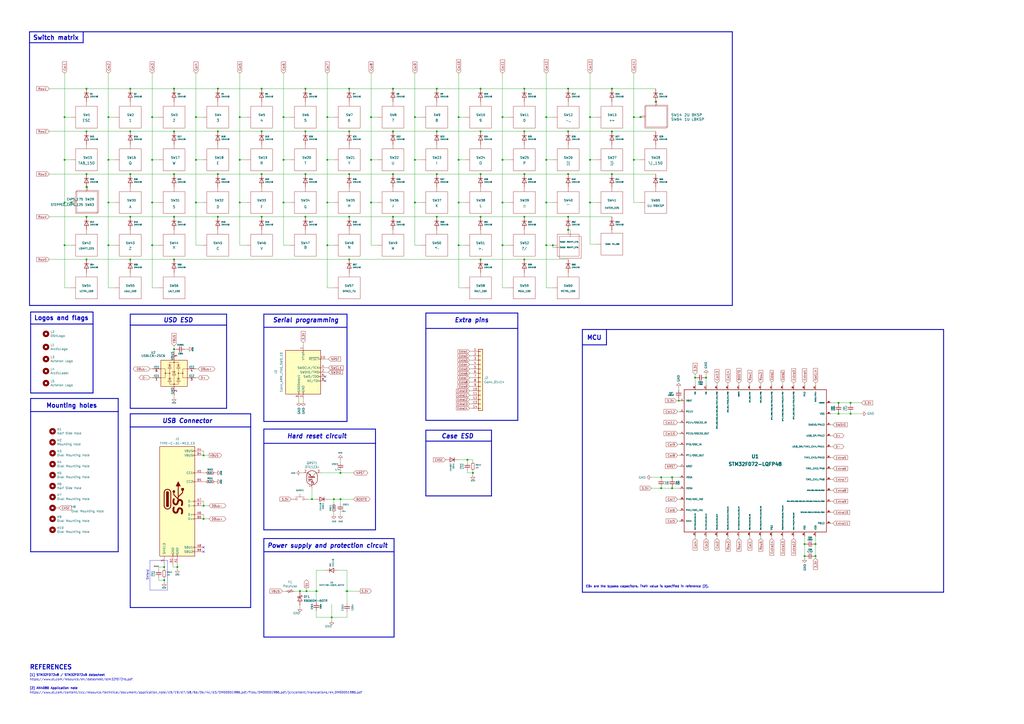
<source format=kicad_sch>
(kicad_sch (version 20230121) (generator eeschema)
  (paper "A2")
  (title_block (title "ArcticPCB") (date "2020-03-18") (rev "Alpha") (company "Designed by Gondolindrim in Partnership with ArcticFox") (comment 1 "Acheron 40-SM-O-MX-TH-WI codename SharkPCB"))
  (junction (at 291.465 142.24))
  (junction (at 367.665 67.945))
  (junction (at 215.265 67.945))
  (junction (at 493.395 240.03))
  (junction (at 151.765 100.965))
  (junction (at 409.575 219.075))
  (junction (at 75.565 100.965))
  (junction (at 173.99 342.9))
  (junction (at 316.865 142.24))
  (junction (at 240.665 67.945))
  (junction (at 291.465 92.71))
  (junction (at 118.11 293.37))
  (junction (at 113.665 92.71))
  (junction (at 215.265 92.71))
  (junction (at 274.32 274.32))
  (junction (at 189.865 142.24))
  (junction (at 202.565 150.495))
  (junction (at 88.265 142.24))
  (junction (at 139.065 92.71))
  (junction (at 278.765 125.73))
  (junction (at 383.54 276.86))
  (junction (at 202.565 51.435))
  (junction (at 62.865 117.475))
  (junction (at 329.565 125.73))
  (junction (at 493.395 233.68))
  (junction (at 202.565 100.965))
  (junction (at 118.11 264.16))
  (junction (at 473.075 322.58))
  (junction (at 139.065 117.475))
  (junction (at 75.565 76.2))
  (junction (at 100.965 150.495))
  (junction (at 403.225 219.075))
  (junction (at 189.865 117.475))
  (junction (at 100.965 202.565))
  (junction (at 177.165 51.435))
  (junction (at 75.565 125.73))
  (junction (at 102.87 328.93))
  (junction (at 266.065 92.71))
  (junction (at 113.665 117.475))
  (junction (at 201.295 342.9))
  (junction (at 266.065 142.24))
  (junction (at 240.665 92.71))
  (junction (at 88.265 67.945))
  (junction (at 329.565 100.965))
  (junction (at 278.765 76.2))
  (junction (at 62.865 92.71))
  (junction (at 291.465 117.475))
  (junction (at 227.965 51.435))
  (junction (at 466.725 315.595))
  (junction (at 329.565 133.35))
  (junction (at 486.41 233.68))
  (junction (at 227.965 100.965))
  (junction (at 126.365 51.435))
  (junction (at 253.365 76.2))
  (junction (at 227.965 125.73))
  (junction (at 75.565 51.435))
  (junction (at 266.065 67.945))
  (junction (at 100.965 51.435))
  (junction (at 266.065 117.475))
  (junction (at 320.675 142.24))
  (junction (at 271.145 266.7))
  (junction (at 389.89 276.86))
  (junction (at 253.365 100.965))
  (junction (at 215.265 117.475))
  (junction (at 37.465 67.945))
  (junction (at 192.405 358.14))
  (junction (at 126.365 125.73))
  (junction (at 177.165 76.2))
  (junction (at 126.365 76.2))
  (junction (at 50.165 100.965))
  (junction (at 177.8 342.9))
  (junction (at 100.965 125.73))
  (junction (at 95.25 336.55))
  (junction (at 164.465 117.475))
  (junction (at 75.565 150.495))
  (junction (at 151.765 76.2))
  (junction (at 316.865 117.475))
  (junction (at 329.565 51.435))
  (junction (at 193.675 289.56))
  (junction (at 304.165 76.2))
  (junction (at 367.665 92.71))
  (junction (at 126.365 100.965))
  (junction (at 304.165 125.73))
  (junction (at 62.865 142.24))
  (junction (at 50.165 150.495))
  (junction (at 354.965 51.435))
  (junction (at 253.365 125.73))
  (junction (at 100.965 100.965))
  (junction (at 95.25 328.93))
  (junction (at 342.265 92.71))
  (junction (at 177.165 125.73))
  (junction (at 50.165 125.73))
  (junction (at 50.165 51.435))
  (junction (at 240.665 117.475))
  (junction (at 466.725 322.58))
  (junction (at 183.515 342.9))
  (junction (at 383.54 283.21))
  (junction (at 197.485 274.32))
  (junction (at 342.265 117.475))
  (junction (at 189.865 92.71))
  (junction (at 197.485 289.56))
  (junction (at 202.565 125.73))
  (junction (at 88.265 92.71))
  (junction (at 304.165 51.435))
  (junction (at 316.865 92.71))
  (junction (at 151.765 125.73))
  (junction (at 118.11 300.99))
  (junction (at 342.265 67.945))
  (junction (at 354.965 76.2))
  (junction (at 113.665 67.945))
  (junction (at 41.275 117.475))
  (junction (at 380.365 59.055))
  (junction (at 304.165 100.965))
  (junction (at 227.965 76.2))
  (junction (at 316.865 67.945))
  (junction (at 329.565 76.2))
  (junction (at 202.565 76.2))
  (junction (at 177.165 100.965))
  (junction (at 100.965 76.2))
  (junction (at 50.165 76.2))
  (junction (at 371.475 67.945))
  (junction (at 139.065 67.945))
  (junction (at 180.975 289.56))
  (junction (at 486.41 240.03))
  (junction (at 304.165 150.495))
  (junction (at 37.465 117.475))
  (junction (at 164.465 92.71))
  (junction (at 151.765 51.435))
  (junction (at 189.865 67.945))
  (junction (at 88.265 117.475))
  (junction (at 278.765 100.965))
  (junction (at 50.165 108.585))
  (junction (at 37.465 92.71))
  (junction (at 278.765 51.435))
  (junction (at 393.7 232.41))
  (junction (at 473.075 315.595))
  (junction (at 164.465 67.945))
  (junction (at 253.365 51.435))
  (junction (at 37.465 142.24))
  (junction (at 278.765 150.495))
  (junction (at 389.89 283.21))
  (junction (at 291.465 67.945))
  (junction (at 62.865 67.945))
  (junction (at 354.965 100.965))
  (no_connect (at 188.595 218.44))
  (no_connect (at 118.11 320.04))
  (no_connect (at 188.595 220.98))
  (no_connect (at 118.11 317.5))
  (wire (pts (xy 493.395 239.395) (xy 493.395 240.03)))
  (wire (pts (xy 121.285 264.16) (xy 118.11 264.16)))
  (wire (pts (xy 173.99 351.155) (xy 173.99 352.425)))
  (wire (pts (xy 371.475 92.71) (xy 367.665 92.71)))
  (wire (pts (xy 316.865 67.945) (xy 316.865 92.71)))
  (wire (pts (xy 272.415 231.775) (xy 273.685 231.775)))
  (wire (pts (xy 202.565 51.435) (xy 227.965 51.435)))
  (wire (pts (xy 179.07 289.56) (xy 180.975 289.56)))
  (wire (pts (xy 304.165 76.2) (xy 329.565 76.2)))
  (wire (pts (xy 466.725 222.25) (xy 466.725 223.52)))
  (wire (pts (xy 295.275 117.475) (xy 291.465 117.475)))
  (wire (pts (xy 273.685 219.075) (xy 272.415 219.075)))
  (wire (pts (xy 174.625 274.32) (xy 175.895 274.32)))
  (polyline (pts (xy 247.015 190.5) (xy 300.355 190.5)) (stroke (width 0.508)))
  (wire (pts (xy 389.89 283.21) (xy 389.89 282.575)))
  (wire (pts (xy 219.075 117.475) (xy 215.265 117.475)))
  (wire (pts (xy 62.865 42.545) (xy 62.865 67.945)))
  (polyline (pts (xy 247.015 243.84) (xy 300.355 243.84)) (stroke (width 0.508)))
  (wire (pts (xy 377.825 283.21) (xy 383.54 283.21)))
  (wire (pts (xy 454.025 221.615) (xy 454.025 223.52)))
  (wire (pts (xy 92.075 142.24) (xy 88.265 142.24)))
  (wire (pts (xy 273.685 234.315) (xy 272.415 234.315)))
  (wire (pts (xy 50.165 125.73) (xy 75.565 125.73)))
  (wire (pts (xy 170.815 342.9) (xy 173.99 342.9)))
  (wire (pts (xy 86.995 219.075) (xy 88.265 219.075)))
  (wire (pts (xy 180.975 289.56) (xy 182.88 289.56)))
  (wire (pts (xy 75.565 100.965) (xy 100.965 100.965)))
  (wire (pts (xy 100.965 100.965) (xy 126.365 100.965)))
  (polyline (pts (xy 285.115 249.555) (xy 285.115 287.655)) (stroke (width 0.508)))
  (wire (pts (xy 409.575 223.52) (xy 409.575 219.075)))
  (polyline (pts (xy 153.035 248.92) (xy 217.805 248.92)) (stroke (width 0.508)))
  (wire (pts (xy 466.725 311.15) (xy 466.725 315.595)))
  (wire (pts (xy 100.965 51.435) (xy 126.365 51.435)))
  (wire (pts (xy 392.43 232.41) (xy 393.7 232.41)))
  (wire (pts (xy 393.065 264.16) (xy 394.335 264.16)))
  (wire (pts (xy 190.5 208.28) (xy 188.595 208.28)))
  (wire (pts (xy 415.925 222.25) (xy 415.925 223.52)))
  (wire (pts (xy 183.515 330.835) (xy 188.595 330.835)))
  (wire (pts (xy 37.465 67.945) (xy 37.465 92.71)))
  (wire (pts (xy 126.365 125.73) (xy 151.765 125.73)))
  (wire (pts (xy 190.5 289.56) (xy 193.675 289.56)))
  (wire (pts (xy 253.365 125.73) (xy 278.765 125.73)))
  (wire (pts (xy 393.065 251.46) (xy 394.335 251.46)))
  (wire (pts (xy 177.8 342.9) (xy 183.515 342.9)))
  (wire (pts (xy 117.475 67.945) (xy 113.665 67.945)))
  (wire (pts (xy 95.25 336.55) (xy 95.25 337.82)))
  (wire (pts (xy 186.055 274.32) (xy 197.485 274.32)))
  (wire (pts (xy 197.485 273.05) (xy 197.485 274.32)))
  (wire (pts (xy 201.295 342.9) (xy 208.915 342.9)))
  (wire (pts (xy 393.065 295.91) (xy 394.335 295.91)))
  (wire (pts (xy 367.665 67.945) (xy 367.665 42.545)))
  (wire (pts (xy 393.065 245.11) (xy 394.335 245.11)))
  (wire (pts (xy 291.465 117.475) (xy 291.465 142.24)))
  (wire (pts (xy 117.475 92.71) (xy 113.665 92.71)))
  (wire (pts (xy 164.465 42.545) (xy 164.465 67.945)))
  (polyline (pts (xy 17.78 180.975) (xy 53.975 180.975)) (stroke (width 0.508)))
  (wire (pts (xy 189.865 42.545) (xy 189.865 67.945)))
  (wire (pts (xy 394.335 283.21) (xy 389.89 283.21)))
  (wire (pts (xy 28.575 125.73) (xy 50.165 125.73)))
  (wire (pts (xy 92.075 92.71) (xy 88.265 92.71)))
  (wire (pts (xy 95.25 336.55) (xy 95.25 335.28)))
  (wire (pts (xy 95.25 327.66) (xy 95.25 328.93)))
  (wire (pts (xy 381 58.42) (xy 381 59.055)))
  (wire (pts (xy 466.725 315.595) (xy 466.725 322.58)))
  (wire (pts (xy 272.415 211.455) (xy 273.685 211.455)))
  (wire (pts (xy 175.895 200.66) (xy 175.895 198.755)))
  (wire (pts (xy 304.165 150.495) (xy 329.565 150.495)))
  (wire (pts (xy 367.665 92.71) (xy 367.665 67.945)))
  (wire (pts (xy 50.165 51.435) (xy 75.565 51.435)))
  (wire (pts (xy 192.405 350.52) (xy 192.405 358.14)))
  (wire (pts (xy 329.565 125.73) (xy 354.965 125.73)))
  (wire (pts (xy 272.415 221.615) (xy 273.685 221.615)))
  (wire (pts (xy 117.475 117.475) (xy 113.665 117.475)))
  (polyline (pts (xy 75.565 236.855) (xy 131.445 236.855)) (stroke (width 0.508)))
  (wire (pts (xy 271.145 266.7) (xy 274.32 266.7)))
  (wire (pts (xy 86.995 213.995) (xy 88.265 213.995)))
  (polyline (pts (xy 547.37 343.535) (xy 337.82 343.535)) (stroke (width 0.508)))
  (wire (pts (xy 269.875 92.71) (xy 266.065 92.71)))
  (polyline (pts (xy 53.975 180.975) (xy 53.975 227.965)) (stroke (width 0.508)))
  (polyline (pts (xy 153.035 182.245) (xy 153.035 244.475)) (stroke (width 0.508)))
  (wire (pts (xy 92.075 67.945) (xy 88.265 67.945)))
  (wire (pts (xy 139.065 67.945) (xy 139.065 92.71)))
  (wire (pts (xy 447.675 221.615) (xy 447.675 223.52)))
  (wire (pts (xy 483.235 259.08) (xy 481.965 259.08)))
  (wire (pts (xy 219.075 67.945) (xy 215.265 67.945)))
  (wire (pts (xy 37.465 42.545) (xy 37.465 67.945)))
  (wire (pts (xy 113.665 92.71) (xy 113.665 117.475)))
  (wire (pts (xy 183.515 354.33) (xy 183.515 358.14)))
  (wire (pts (xy 164.465 92.71) (xy 164.465 117.475)))
  (wire (pts (xy 41.275 92.71) (xy 37.465 92.71)))
  (wire (pts (xy 342.265 92.71) (xy 342.265 117.475)))
  (wire (pts (xy 271.145 273.05) (xy 271.145 274.32)))
  (wire (pts (xy 316.865 142.24) (xy 316.865 167.005)))
  (wire (pts (xy 202.565 76.2) (xy 227.965 76.2)))
  (wire (pts (xy 415.925 312.42) (xy 415.925 311.15)))
  (wire (pts (xy 434.975 222.25) (xy 434.975 223.52)))
  (wire (pts (xy 126.365 76.2) (xy 151.765 76.2)))
  (wire (pts (xy 66.675 117.475) (xy 62.865 117.475)))
  (wire (pts (xy 240.665 92.71) (xy 240.665 117.475)))
  (wire (pts (xy 66.675 67.945) (xy 62.865 67.945)))
  (polyline (pts (xy 17.78 238.76) (xy 68.58 238.76)) (stroke (width 0.508)))
  (wire (pts (xy 372.11 67.31) (xy 372.11 67.945)))
  (wire (pts (xy 473.075 222.25) (xy 473.075 223.52)))
  (wire (pts (xy 92.075 117.475) (xy 88.265 117.475)))
  (polyline (pts (xy 217.805 248.92) (xy 217.805 307.34)) (stroke (width 0.508)))
  (wire (pts (xy 383.54 276.86) (xy 383.54 277.495)))
  (wire (pts (xy 447.675 312.42) (xy 447.675 311.15)))
  (wire (pts (xy 486.41 240.03) (xy 486.41 239.395)))
  (wire (pts (xy 483.235 252.73) (xy 481.965 252.73)))
  (polyline (pts (xy 75.565 188.595) (xy 131.445 188.595)) (stroke (width 0.508)))
  (wire (pts (xy 180.975 283.21) (xy 180.975 289.56)))
  (wire (pts (xy 291.465 92.71) (xy 291.465 117.475)))
  (wire (pts (xy 493.395 233.68) (xy 499.745 233.68)))
  (wire (pts (xy 28.575 51.435) (xy 50.165 51.435)))
  (polyline (pts (xy 48.26 24.765) (xy 48.26 18.415)) (stroke (width 0.508)))
  (wire (pts (xy 295.275 167.005) (xy 291.465 167.005)))
  (wire (pts (xy 460.375 312.42) (xy 460.375 311.15)))
  (polyline (pts (xy 86.995 325.12) (xy 97.155 325.12)))
  (wire (pts (xy 381 59.055) (xy 380.365 59.055)))
  (wire (pts (xy 428.625 222.25) (xy 428.625 223.52)))
  (wire (pts (xy 272.415 203.835) (xy 273.685 203.835)))
  (wire (pts (xy 75.565 76.2) (xy 100.965 76.2)))
  (wire (pts (xy 278.765 150.495) (xy 304.165 150.495)))
  (wire (pts (xy 291.465 42.545) (xy 291.465 67.945)))
  (wire (pts (xy 316.865 42.545) (xy 316.865 67.945)))
  (wire (pts (xy 107.315 202.565) (xy 108.585 202.565)))
  (wire (pts (xy 193.675 289.56) (xy 193.675 292.1)))
  (wire (pts (xy 483.235 290.83) (xy 481.965 290.83)))
  (wire (pts (xy 329.565 76.2) (xy 354.965 76.2)))
  (wire (pts (xy 434.975 312.42) (xy 434.975 311.15)))
  (wire (pts (xy 202.565 100.965) (xy 227.965 100.965)))
  (polyline (pts (xy 300.355 243.84) (xy 300.355 181.61)) (stroke (width 0.508)))
  (polyline (pts (xy 145.415 352.425) (xy 145.415 240.03)) (stroke (width 0.508)))
  (wire (pts (xy 483.235 297.18) (xy 481.965 297.18)))
  (polyline (pts (xy 75.565 182.245) (xy 75.565 236.855)) (stroke (width 0.508)))
  (wire (pts (xy 354.965 132.715) (xy 354.965 133.35)))
  (wire (pts (xy 100.965 76.2) (xy 126.365 76.2)))
  (wire (pts (xy 168.275 117.475) (xy 164.465 117.475)))
  (wire (pts (xy 173.99 342.9) (xy 177.8 342.9)))
  (wire (pts (xy 193.675 92.71) (xy 189.865 92.71)))
  (wire (pts (xy 483.235 284.48) (xy 481.965 284.48)))
  (wire (pts (xy 466.725 323.85) (xy 466.725 322.58)))
  (wire (pts (xy 389.89 276.86) (xy 389.89 277.495)))
  (wire (pts (xy 330.835 133.35) (xy 329.565 133.35)))
  (wire (pts (xy 193.675 289.56) (xy 197.485 289.56)))
  (wire (pts (xy 320.675 67.945) (xy 316.865 67.945)))
  (wire (pts (xy 142.875 142.24) (xy 139.065 142.24)))
  (wire (pts (xy 200.025 342.9) (xy 201.295 342.9)))
  (polyline (pts (xy 153.035 257.175) (xy 217.805 257.175)) (stroke (width 0.508)))
  (polyline (pts (xy 153.035 248.92) (xy 153.035 307.34)) (stroke (width 0.508)))
  (wire (pts (xy 466.725 322.58) (xy 467.36 322.58)))
  (wire (pts (xy 193.675 142.24) (xy 189.865 142.24)))
  (wire (pts (xy 50.165 76.2) (xy 75.565 76.2)))
  (wire (pts (xy 269.875 67.945) (xy 266.065 67.945)))
  (wire (pts (xy 118.11 298.45) (xy 118.11 300.99)))
  (wire (pts (xy 197.485 274.32) (xy 205.105 274.32)))
  (wire (pts (xy 342.265 117.475) (xy 342.265 141.605)))
  (wire (pts (xy 193.675 167.005) (xy 189.865 167.005)))
  (polyline (pts (xy 217.805 307.34) (xy 153.035 307.34)) (stroke (width 0.508)))
  (polyline (pts (xy 17.78 180.975) (xy 17.78 227.965)) (stroke (width 0.508)))
  (wire (pts (xy 371.475 67.945) (xy 367.665 67.945)))
  (wire (pts (xy 278.765 100.965) (xy 304.165 100.965)))
  (wire (pts (xy 95.25 328.93) (xy 92.075 328.93)))
  (wire (pts (xy 320.675 117.475) (xy 316.865 117.475)))
  (wire (pts (xy 139.065 117.475) (xy 139.065 142.24)))
  (polyline (pts (xy 86.995 342.265) (xy 86.995 325.12)))
  (wire (pts (xy 100.965 200.66) (xy 100.965 202.565)))
  (wire (pts (xy 189.865 117.475) (xy 189.865 142.24)))
  (wire (pts (xy 393.7 226.06) (xy 393.7 224.79)))
  (wire (pts (xy 202.565 125.73) (xy 227.965 125.73)))
  (polyline (pts (xy 17.78 187.96) (xy 53.975 187.96)) (stroke (width 0.508)))
  (wire (pts (xy 118.11 261.62) (xy 118.11 264.16)))
  (polyline (pts (xy 547.37 191.135) (xy 547.37 343.535)) (stroke (width 0.508)))
  (wire (pts (xy 28.575 76.2) (xy 50.165 76.2)))
  (wire (pts (xy 201.295 358.14) (xy 201.295 354.965)))
  (wire (pts (xy 291.465 67.945) (xy 291.465 92.71)))
  (polyline (pts (xy 17.78 227.965) (xy 53.975 227.965)) (stroke (width 0.508)))
  (wire (pts (xy 304.165 100.965) (xy 329.565 100.965)))
  (wire (pts (xy 88.265 42.545) (xy 88.265 67.945)))
  (polyline (pts (xy 247.015 249.555) (xy 285.115 249.555)) (stroke (width 0.508)))
  (wire (pts (xy 266.065 67.945) (xy 266.065 92.71)))
  (wire (pts (xy 75.565 51.435) (xy 100.965 51.435)))
  (wire (pts (xy 266.065 92.71) (xy 266.065 117.475)))
  (polyline (pts (xy 17.145 177.165) (xy 424.815 177.165)) (stroke (width 0.508)))
  (wire (pts (xy 189.865 142.24) (xy 189.865 167.005)))
  (wire (pts (xy 62.865 92.71) (xy 62.865 117.475)))
  (wire (pts (xy 483.235 271.78) (xy 481.965 271.78)))
  (wire (pts (xy 269.875 167.005) (xy 266.065 167.005)))
  (wire (pts (xy 118.11 293.37) (xy 121.285 293.37)))
  (wire (pts (xy 274.32 274.32) (xy 274.32 275.59)))
  (polyline (pts (xy 97.155 325.12) (xy 97.155 342.265)))
  (wire (pts (xy 37.465 117.475) (xy 37.465 142.24)))
  (wire (pts (xy 184.785 342.9) (xy 183.515 342.9)))
  (wire (pts (xy 142.875 92.71) (xy 139.065 92.71)))
  (wire (pts (xy 274.32 266.7) (xy 274.32 267.97)))
  (wire (pts (xy 50.165 100.965) (xy 75.565 100.965)))
  (polyline (pts (xy 153.035 312.42) (xy 228.6 312.42)) (stroke (width 0.508)))
  (wire (pts (xy 190.5 215.9) (xy 188.595 215.9)))
  (wire (pts (xy 244.475 92.71) (xy 240.665 92.71)))
  (wire (pts (xy 403.225 217.17) (xy 403.225 219.075)))
  (polyline (pts (xy 337.82 191.135) (xy 547.37 191.135)) (stroke (width 0.508)))
  (wire (pts (xy 92.075 328.93) (xy 92.075 330.2)))
  (wire (pts (xy 118.11 290.83) (xy 118.11 293.37)))
  (wire (pts (xy 95.25 328.93) (xy 95.25 330.2)))
  (wire (pts (xy 66.675 167.005) (xy 62.865 167.005)))
  (wire (pts (xy 481.965 240.03) (xy 486.41 240.03)))
  (wire (pts (xy 188.595 213.36) (xy 190.5 213.36)))
  (wire (pts (xy 295.275 142.24) (xy 291.465 142.24)))
  (wire (pts (xy 346.075 92.71) (xy 342.265 92.71)))
  (wire (pts (xy 126.365 100.965) (xy 151.765 100.965)))
  (wire (pts (xy 100.965 230.505) (xy 100.965 229.235)))
  (wire (pts (xy 473.075 323.85) (xy 473.075 322.58)))
  (wire (pts (xy 316.865 117.475) (xy 316.865 142.24)))
  (wire (pts (xy 454.025 312.42) (xy 454.025 311.15)))
  (wire (pts (xy 240.665 42.545) (xy 240.665 67.945)))
  (polyline (pts (xy 247.015 181.61) (xy 247.015 243.84)) (stroke (width 0.508)))
  (polyline (pts (xy 337.82 343.535) (xy 337.82 191.135)) (stroke (width 0.508)))
  (wire (pts (xy 295.275 67.945) (xy 291.465 67.945)))
  (wire (pts (xy 316.865 92.71) (xy 316.865 117.475)))
  (wire (pts (xy 193.675 298.45) (xy 193.675 297.18)))
  (polyline (pts (xy 68.58 238.76) (xy 68.58 238.125)))
  (wire (pts (xy 354.965 76.2) (xy 380.365 76.2)))
  (wire (pts (xy 377.825 276.86) (xy 383.54 276.86)))
  (wire (pts (xy 177.8 340.995) (xy 177.8 342.9)))
  (wire (pts (xy 486.41 233.68) (xy 493.395 233.68)))
  (wire (pts (xy 37.465 92.71) (xy 37.465 117.475)))
  (wire (pts (xy 393.7 232.41) (xy 394.335 232.41)))
  (wire (pts (xy 219.075 92.71) (xy 215.265 92.71)))
  (wire (pts (xy 196.215 330.835) (xy 201.295 330.835)))
  (wire (pts (xy 197.485 289.56) (xy 205.105 289.56)))
  (wire (pts (xy 227.965 51.435) (xy 253.365 51.435)))
  (polyline (pts (xy 153.035 182.245) (xy 201.295 182.245)) (stroke (width 0.508)))
  (wire (pts (xy 62.865 142.24) (xy 62.865 167.005)))
  (wire (pts (xy 273.685 224.155) (xy 272.415 224.155)))
  (polyline (pts (xy 228.6 312.42) (xy 228.6 369.57)) (stroke (width 0.508)))
  (wire (pts (xy 422.275 222.25) (xy 422.275 223.52)))
  (wire (pts (xy 164.465 117.475) (xy 164.465 142.24)))
  (wire (pts (xy 41.275 167.005) (xy 37.465 167.005)))
  (wire (pts (xy 41.275 117.475) (xy 37.465 117.475)))
  (wire (pts (xy 126.365 51.435) (xy 151.765 51.435)))
  (wire (pts (xy 394.335 276.86) (xy 389.89 276.86)))
  (wire (pts (xy 329.565 51.435) (xy 354.965 51.435)))
  (wire (pts (xy 383.54 282.575) (xy 383.54 283.21)))
  (wire (pts (xy 197.485 289.56) (xy 197.485 292.1)))
  (wire (pts (xy 88.265 92.71) (xy 88.265 117.475)))
  (wire (pts (xy 367.665 117.475) (xy 367.665 92.71)))
  (wire (pts (xy 100.33 328.93) (xy 102.87 328.93)))
  (wire (pts (xy 75.565 150.495) (xy 100.965 150.495)))
  (wire (pts (xy 278.765 76.2) (xy 304.165 76.2)))
  (wire (pts (xy 183.515 342.9) (xy 183.515 349.25)))
  (wire (pts (xy 409.575 219.075) (xy 408.94 219.075)))
  (wire (pts (xy 173.99 342.9) (xy 173.99 343.535)))
  (polyline (pts (xy 68.58 320.04) (xy 17.78 320.04)) (stroke (width 0.508)))
  (polyline (pts (xy 337.82 200.025) (xy 351.79 200.025)) (stroke (width 0.508)))
  (wire (pts (xy 118.11 279.4) (xy 119.38 279.4)))
  (wire (pts (xy 88.265 67.945) (xy 88.265 92.71)))
  (wire (pts (xy 151.765 125.73) (xy 177.165 125.73)))
  (wire (pts (xy 193.675 117.475) (xy 189.865 117.475)))
  (wire (pts (xy 151.765 51.435) (xy 177.165 51.435)))
  (wire (pts (xy 100.965 150.495) (xy 202.565 150.495)))
  (polyline (pts (xy 17.145 18.415) (xy 424.815 18.415)) (stroke (width 0.508)))
  (wire (pts (xy 177.165 51.435) (xy 202.565 51.435)))
  (polyline (pts (xy 17.145 18.415) (xy 17.145 177.165)) (stroke (width 0.508)))
  (wire (pts (xy 175.895 231.14) (xy 175.895 233.045)))
  (wire (pts (xy 403.225 219.075) (xy 403.86 219.075)))
  (wire (pts (xy 189.865 92.71) (xy 189.865 117.475)))
  (wire (pts (xy 383.54 283.21) (xy 389.89 283.21)))
  (wire (pts (xy 215.265 42.545) (xy 215.265 67.945)))
  (polyline (pts (xy 351.79 200.025) (xy 351.79 191.135)) (stroke (width 0.508)))
  (wire (pts (xy 493.395 240.03) (xy 499.745 240.03)))
  (wire (pts (xy 142.875 67.945) (xy 139.065 67.945)))
  (wire (pts (xy 272.415 236.855) (xy 273.685 236.855)))
  (wire (pts (xy 354.965 100.965) (xy 380.365 100.965)))
  (wire (pts (xy 215.265 117.475) (xy 215.265 142.24)))
  (wire (pts (xy 486.41 233.68) (xy 486.41 234.315)))
  (wire (pts (xy 62.865 117.475) (xy 62.865 142.24)))
  (wire (pts (xy 62.865 67.945) (xy 62.865 92.71)))
  (wire (pts (xy 227.965 100.965) (xy 253.365 100.965)))
  (wire (pts (xy 100.965 125.73) (xy 126.365 125.73)))
  (wire (pts (xy 272.415 216.535) (xy 273.685 216.535)))
  (wire (pts (xy 273.685 213.995) (xy 272.415 213.995)))
  (polyline (pts (xy 17.145 24.765) (xy 48.26 24.765)) (stroke (width 0.508)))
  (wire (pts (xy 320.675 92.71) (xy 316.865 92.71)))
  (polyline (pts (xy 424.815 177.165) (xy 424.815 18.415)) (stroke (width 0.508)))
  (wire (pts (xy 403.225 312.42) (xy 403.225 311.15)))
  (wire (pts (xy 244.475 142.24) (xy 240.665 142.24)))
  (wire (pts (xy 227.965 76.2) (xy 253.365 76.2)))
  (polyline (pts (xy 75.565 352.425) (xy 145.415 352.425)) (stroke (width 0.508)))
  (wire (pts (xy 102.235 202.565) (xy 100.965 202.565)))
  (wire (pts (xy 393.065 238.76) (xy 394.335 238.76)))
  (wire (pts (xy 192.405 358.14) (xy 183.515 358.14)))
  (wire (pts (xy 124.46 274.32) (xy 125.095 274.32)))
  (wire (pts (xy 163.83 342.9) (xy 165.735 342.9)))
  (wire (pts (xy 75.565 125.73) (xy 100.965 125.73)))
  (wire (pts (xy 441.325 222.25) (xy 441.325 223.52)))
  (wire (pts (xy 273.685 229.235) (xy 272.415 229.235)))
  (wire (pts (xy 28.575 150.495) (xy 50.165 150.495)))
  (wire (pts (xy 102.87 330.2) (xy 102.87 328.93)))
  (wire (pts (xy 183.515 342.9) (xy 183.515 330.835)))
  (wire (pts (xy 346.075 67.945) (xy 342.265 67.945)))
  (wire (pts (xy 271.145 274.32) (xy 274.32 274.32)))
  (wire (pts (xy 227.965 125.73) (xy 253.365 125.73)))
  (wire (pts (xy 66.675 92.71) (xy 62.865 92.71)))
  (polyline (pts (xy 153.035 189.865) (xy 201.295 189.865)) (stroke (width 0.508)))
  (wire (pts (xy 41.275 67.945) (xy 37.465 67.945)))
  (wire (pts (xy 393.7 232.41) (xy 393.7 231.14)))
  (wire (pts (xy 483.235 278.13) (xy 481.965 278.13)))
  (wire (pts (xy 342.265 141.605) (xy 346.075 141.605)))
  (wire (pts (xy 393.065 302.26) (xy 394.335 302.26)))
  (wire (pts (xy 483.235 246.38) (xy 481.965 246.38)))
  (wire (pts (xy 139.065 92.71) (xy 139.065 117.475)))
  (wire (pts (xy 173.355 231.14) (xy 173.355 233.045)))
  (wire (pts (xy 473.075 315.595) (xy 472.44 315.595)))
  (wire (pts (xy 393.065 289.56) (xy 394.335 289.56)))
  (wire (pts (xy 253.365 51.435) (xy 278.765 51.435)))
  (wire (pts (xy 139.065 42.545) (xy 139.065 67.945)))
  (wire (pts (xy 164.465 67.945) (xy 164.465 92.71)))
  (wire (pts (xy 244.475 67.945) (xy 240.665 67.945)))
  (polyline (pts (xy 17.78 231.14) (xy 68.58 231.14)) (stroke (width 0.508)))
  (wire (pts (xy 403.225 223.52) (xy 403.225 219.075)))
  (wire (pts (xy 473.075 311.15) (xy 473.075 315.595)))
  (wire (pts (xy 266.065 142.24) (xy 266.065 167.005)))
  (wire (pts (xy 28.575 100.965) (xy 50.165 100.965)))
  (wire (pts (xy 272.415 206.375) (xy 273.685 206.375)))
  (wire (pts (xy 372.11 67.945) (xy 371.475 67.945)))
  (wire (pts (xy 113.665 213.995) (xy 114.935 213.995)))
  (wire (pts (xy 151.765 100.965) (xy 177.165 100.965)))
  (wire (pts (xy 177.165 125.73) (xy 202.565 125.73)))
  (wire (pts (xy 92.075 336.55) (xy 95.25 336.55)))
  (wire (pts (xy 409.575 217.17) (xy 409.575 219.075)))
  (wire (pts (xy 272.415 226.695) (xy 273.685 226.695)))
  (wire (pts (xy 37.465 142.24) (xy 37.465 167.005)))
  (wire (pts (xy 371.475 117.475) (xy 367.665 117.475)))
  (wire (pts (xy 215.265 92.71) (xy 215.265 117.475)))
  (wire (pts (xy 240.665 67.945) (xy 240.665 92.71)))
  (wire (pts (xy 192.405 360.045) (xy 192.405 358.14)))
  (wire (pts (xy 473.075 315.595) (xy 473.075 322.58)))
  (wire (pts (xy 168.275 142.24) (xy 164.465 142.24)))
  (wire (pts (xy 393.065 270.51) (xy 394.335 270.51)))
  (wire (pts (xy 177.165 100.965) (xy 202.565 100.965)))
  (wire (pts (xy 483.235 303.53) (xy 481.965 303.53)))
  (wire (pts (xy 197.485 298.45) (xy 197.485 297.18)))
  (wire (pts (xy 50.165 150.495) (xy 75.565 150.495)))
  (wire (pts (xy 201.295 342.9) (xy 201.295 330.835)))
  (polyline (pts (xy 153.035 244.475) (xy 201.295 244.475)) (stroke (width 0.508)))
  (wire (pts (xy 102.87 328.93) (xy 102.87 327.66)))
  (wire (pts (xy 219.075 142.24) (xy 215.265 142.24)))
  (wire (pts (xy 50.8 107.95) (xy 50.165 107.95)))
  (polyline (pts (xy 247.015 249.555) (xy 247.015 287.655)) (stroke (width 0.508)))
  (polyline (pts (xy 153.035 369.57) (xy 153.035 312.42)) (stroke (width 0.508)))
  (wire (pts (xy 320.675 167.005) (xy 316.865 167.005)))
  (polyline (pts (xy 97.155 342.265) (xy 86.995 342.265)))
  (wire (pts (xy 354.965 51.435) (xy 380.365 51.435)))
  (wire (pts (xy 41.91 116.84) (xy 41.91 117.475)))
  (polyline (pts (xy 300.355 181.61) (xy 247.015 181.61)) (stroke (width 0.508)))
  (wire (pts (xy 329.565 100.965) (xy 354.965 100.965)))
  (wire (pts (xy 118.11 274.32) (xy 119.38 274.32)))
  (wire (pts (xy 304.165 125.73) (xy 329.565 125.73)))
  (wire (pts (xy 273.685 208.915) (xy 272.415 208.915)))
  (polyline (pts (xy 68.58 231.14) (xy 68.58 320.04)) (stroke (width 0.508)))
  (wire (pts (xy 253.365 100.965) (xy 278.765 100.965)))
  (wire (pts (xy 117.475 142.24) (xy 113.665 142.24)))
  (wire (pts (xy 92.075 167.005) (xy 88.265 167.005)))
  (polyline (pts (xy 75.565 247.65) (xy 145.415 247.65)) (stroke (width 0.508)))
  (wire (pts (xy 88.265 117.475) (xy 88.265 142.24)))
  (wire (pts (xy 41.91 117.475) (xy 41.275 117.475)))
  (wire (pts (xy 168.275 92.71) (xy 164.465 92.71)))
  (wire (pts (xy 177.165 76.2) (xy 202.565 76.2)))
  (wire (pts (xy 92.075 335.28) (xy 92.075 336.55)))
  (wire (pts (xy 493.395 233.68) (xy 493.395 234.315)))
  (wire (pts (xy 41.275 142.24) (xy 37.465 142.24)))
  (wire (pts (xy 197.485 267.97) (xy 197.485 266.7)))
  (wire (pts (xy 118.11 300.99) (xy 121.285 300.99)))
  (wire (pts (xy 266.065 117.475) (xy 266.065 142.24)))
  (wire (pts (xy 113.665 117.475) (xy 113.665 142.24)))
  (wire (pts (xy 483.235 265.43) (xy 481.965 265.43)))
  (polyline (pts (xy 153.035 320.04) (xy 228.6 320.04)) (stroke (width 0.508)))
  (wire (pts (xy 168.275 67.945) (xy 164.465 67.945)))
  (polyline (pts (xy 201.295 182.245) (xy 201.295 244.475)) (stroke (width 0.508)))
  (wire (pts (xy 244.475 117.475) (xy 240.665 117.475)))
  (wire (pts (xy 240.665 117.475) (xy 240.665 142.24)))
  (wire (pts (xy 266.065 266.7) (xy 271.145 266.7)))
  (wire (pts (xy 124.46 279.4) (xy 125.095 279.4)))
  (wire (pts (xy 215.265 67.945) (xy 215.265 92.71)))
  (wire (pts (xy 428.625 312.42) (xy 428.625 311.15)))
  (wire (pts (xy 441.325 312.42) (xy 441.325 311.15)))
  (wire (pts (xy 321.945 143.51) (xy 320.675 143.51)))
  (wire (pts (xy 271.145 267.97) (xy 271.145 266.7)))
  (wire (pts (xy 460.375 222.25) (xy 460.375 223.52)))
  (wire (pts (xy 304.165 51.435) (xy 329.565 51.435)))
  (wire (pts (xy 50.165 107.95) (xy 50.165 108.585)))
  (wire (pts (xy 481.965 233.68) (xy 486.41 233.68)))
  (wire (pts (xy 466.725 315.595) (xy 467.36 315.595)))
  (wire (pts (xy 189.865 67.945) (xy 189.865 92.71)))
  (wire (pts (xy 278.765 125.73) (xy 304.165 125.73)))
  (wire (pts (xy 202.565 150.495) (xy 278.765 150.495)))
  (wire (pts (xy 295.275 92.71) (xy 291.465 92.71)))
  (wire (pts (xy 274.32 274.32) (xy 274.32 273.05)))
  (wire (pts (xy 383.54 276.86) (xy 389.89 276.86)))
  (wire (pts (xy 113.665 219.075) (xy 114.935 219.075)))
  (wire (pts (xy 269.875 142.24) (xy 266.065 142.24)))
  (wire (pts (xy 151.765 76.2) (xy 177.165 76.2)))
  (wire (pts (xy 422.275 312.42) (xy 422.275 311.15)))
  (polyline (pts (xy 75.565 240.03) (xy 75.565 352.425)) (stroke (width 0.508)))
  (wire (pts (xy 278.765 51.435) (xy 304.165 51.435)))
  (wire (pts (xy 269.875 117.475) (xy 266.065 117.475)))
  (wire (pts (xy 486.41 240.03) (xy 493.395 240.03)))
  (polyline (pts (xy 145.415 240.03) (xy 75.565 240.03)) (stroke (width 0.508)))
  (wire (pts (xy 193.675 67.945) (xy 189.865 67.945)))
  (wire (pts (xy 142.875 117.475) (xy 139.065 117.475)))
  (wire (pts (xy 346.075 117.475) (xy 342.265 117.475)))
  (polyline (pts (xy 131.445 236.855) (xy 131.445 182.245)) (stroke (width 0.508)))
  (wire (pts (xy 409.575 312.42) (xy 409.575 311.15)))
  (wire (pts (xy 342.265 42.545) (xy 342.265 67.945)))
  (wire (pts (xy 320.675 142.24) (xy 316.865 142.24)))
  (wire (pts (xy 66.675 142.24) (xy 62.865 142.24)))
  (wire (pts (xy 393.065 257.81) (xy 394.335 257.81)))
  (wire (pts (xy 113.665 42.545) (xy 113.665 67.945)))
  (wire (pts (xy 100.33 327.66) (xy 100.33 328.93)))
  (polyline (pts (xy 17.78 320.04) (xy 17.78 231.14)) (stroke (width 0.508)))
  (wire (pts (xy 330.835 133.35) (xy 330.835 134.62)))
  (wire (pts (xy 472.44 322.58) (xy 473.075 322.58)))
  (wire (pts (xy 201.295 342.9) (xy 201.295 349.885)))
  (wire (pts (xy 342.265 67.945) (xy 342.265 92.71)))
  (wire (pts (xy 253.365 76.2) (xy 278.765 76.2)))
  (wire (pts (xy 88.265 142.24) (xy 88.265 167.005)))
  (wire (pts (xy 291.465 142.24) (xy 291.465 167.005)))
  (polyline (pts (xy 228.6 369.57) (xy 153.035 369.57)) (stroke (width 0.508)))
  (wire (pts (xy 266.065 42.545) (xy 266.065 67.945)))
  (polyline (pts (xy 247.015 255.905) (xy 285.115 255.905)) (stroke (width 0.508)))
  (polyline (pts (xy 131.445 182.245) (xy 75.565 182.245)) (stroke (width 0.508)))
  (wire (pts (xy 100.965 203.835) (xy 100.965 202.565)))
  (wire (pts (xy 113.665 67.945) (xy 113.665 92.71)))
  (wire (pts (xy 320.675 143.51) (xy 320.675 142.24)))
  (wire (pts (xy 192.405 358.14) (xy 201.295 358.14)))
  (polyline (pts (xy 285.115 287.655) (xy 247.015 287.655)) (stroke (width 0.508)))
  (text "Logos and flags" (at 19.685 186.055 0) (effects (font (size 2.54 2.54) (thickness 0.508) bold) (justify left bottom)))
  (text "https://www.st.com/resource/en/datasheet/stm32f072rb.pdf" (at 17.145 394.97 0) (effects (font (size 1.27 1.27)) (justify left bottom)))
  (text "USB Connector" (at 93.98 245.745 0) (effects (font (size 2.54 2.54) (thickness 0.508) bold italic) (justify left bottom)))
  (text "[2] AN4080 Application note" (at 17.145 400.05 0) (effects (font (size 1.27 1.27) (thickness 0.254) bold) (justify left bottom)))
  (text "[1] STM32F072x8 / STM32F072xB datasheet" (at 17.145 392.43 0) (effects (font (size 1.27 1.27) (thickness 0.254) bold) (justify left bottom)))
  (text "Case ESD" (at 255.905 254.635 0) (effects (font (size 2.54 2.54) (thickness 0.508) bold italic) (justify left bottom)))
  (text "Extra pins" (at 263.525 187.325 0) (effects (font (size 2.54 2.54) (thickness 0.508) bold italic) (justify left bottom)))
  (text "Switch matrix" (at 29.845 23.495 0) (effects (font (size 0 0)) (justify left bottom)))
  (text "Mounting holes" (at 26.67 236.855 0) (effects (font (size 2.54 2.54) (thickness 0.508) bold) (justify left bottom)))
  (text "Serial programming" (at 158.115 187.325 0) (effects (font (size 2.54 2.54) (thickness 0.508) bold italic) (justify left bottom)))
  (text "Shield" (at 86.36 336.55 90) (effects (font (size 1.27 1.27)) (justify left bottom)))
  (text "Power supply and protection circuit" (at 154.94 318.135 0) (effects (font (size 2.54 2.54) (thickness 0.508) bold italic) (justify left bottom)))
  (text "Switch matrix" (at 19.05 23.495 0) (effects (font (size 2.54 2.54) (thickness 0.508) bold) (justify left bottom)))
  (text "https://www.st.com/content/ccc/resource/technical/document/application_note/c9/19/d7/b8/6b/0e/4c/d3/DM00051986.pdf/files/DM00051986.pdf/jcr:content/translations/en.DM00051986.pdf" (at 17.145 402.59 0) (effects (font (size 1.27 1.27)) (justify left bottom)))
  (text "USD ESD" (at 94.615 187.325 0) (effects (font (size 2.54 2.54) (thickness 0.508) bold italic) (justify left bottom)))
  (text "MCU" (at 340.36 197.485 0) (effects (font (size 2.54 2.54) (thickness 0.508) bold) (justify left bottom)))
  (text "CBx are the bypass capacitors. Their value is specified in reference [2]." (at 339.725 340.995 0) (effects (font (size 1.27 1.27) (thickness 0.254) bold) (justify left bottom)))
  (text "REFERENCES" (at 17.145 388.62 0) (effects (font (size 2.54 2.54) (thickness 0.508) bold) (justify left bottom)))
  (text "Hard reset circuit" (at 166.37 254.635 0) (effects (font (size 2.54 2.54) (thickness 0.508) bold italic) (justify left bottom)))
  (label "SHIELD" (at 92.075 328.93 180) (effects (font (size 0.508 0.508))))
  (global_label "Col12" (shape input) (at 393.065 238.76 180) (property "Intersheetrefs" "${INTERSHEET_REFS}" (effects hide)))
  (global_label "Extra4" (shape input) (at 466.725 222.25 90) (property "Intersheetrefs" "${INTERSHEET_REFS}" (effects hide)))
  (global_label "Extra14" (shape input) (at 447.675 312.42 270) (property "Intersheetrefs" "${INTERSHEET_REFS}" (effects hide)))
  (global_label "Extra12" (shape input) (at 272.415 231.775 180) (effects (font (size 1.016 1.016))) (property "Intersheetrefs" "${INTERSHEET_REFS}" (effects hide)))
  (global_label "NRST" (shape input) (at 190.5 208.28 0) (property "Intersheetrefs" "${INTERSHEET_REFS}" (effects hide)))
  (global_label "3.3V" (shape input) (at 403.225 217.17 90) (property "Intersheetrefs" "${INTERSHEET_REFS}" (effects hide)))
  (global_label "Row5" (shape input) (at 28.575 150.495 180) (property "Intersheetrefs" "${INTERSHEET_REFS}" (effects hide)))
  (global_label "Col1" (shape input) (at 37.465 42.545 90) (property "Intersheetrefs" "${INTERSHEET_REFS}" (effects hide)))
  (global_label "Col14" (shape input) (at 367.665 42.545 90) (property "Intersheetrefs" "${INTERSHEET_REFS}" (effects hide)))
  (global_label "CASE" (shape input) (at 258.445 266.7 180) (property "Intersheetrefs" "${INTERSHEET_REFS}" (effects hide)))
  (global_label "3.3V" (shape input) (at 473.075 323.85 270) (property "Intersheetrefs" "${INTERSHEET_REFS}" (effects hide)))
  (global_label "Col1" (shape input) (at 434.975 312.42 270) (property "Intersheetrefs" "${INTERSHEET_REFS}" (effects hide)))
  (global_label "Col10" (shape input) (at 266.065 42.545 90) (property "Intersheetrefs" "${INTERSHEET_REFS}" (effects hide)))
  (global_label "Row3" (shape input) (at 28.575 100.965 180) (property "Intersheetrefs" "${INTERSHEET_REFS}" (effects hide)))
  (global_label "Extra13" (shape input) (at 454.025 312.42 270) (property "Intersheetrefs" "${INTERSHEET_REFS}" (effects hide)))
  (global_label "Col14" (shape input) (at 422.275 222.25 90) (property "Intersheetrefs" "${INTERSHEET_REFS}" (effects hide)))
  (global_label "Col8" (shape input) (at 215.265 42.545 90) (property "Intersheetrefs" "${INTERSHEET_REFS}" (effects hide)))
  (global_label "Extra10" (shape input) (at 483.235 297.18 0) (property "Intersheetrefs" "${INTERSHEET_REFS}" (effects hide)))
  (global_label "NRST" (shape bidirectional) (at 205.105 274.32 0) (property "Intersheetrefs" "${INTERSHEET_REFS}" (effects hide)))
  (global_label "Row2" (shape input) (at 441.325 222.25 90) (property "Intersheetrefs" "${INTERSHEET_REFS}" (effects hide)))
  (global_label "Extra3" (shape input) (at 272.415 208.915 180) (effects (font (size 1.016 1.016))) (property "Intersheetrefs" "${INTERSHEET_REFS}" (effects hide)))
  (global_label "DBus-" (shape bidirectional) (at 121.285 293.37 0) (property "Intersheetrefs" "${INTERSHEET_REFS}" (effects hide)))
  (global_label "Col3" (shape input) (at 409.575 312.42 270) (property "Intersheetrefs" "${INTERSHEET_REFS}" (effects hide)))
  (global_label "VBUS" (shape output) (at 121.285 264.16 0) (property "Intersheetrefs" "${INTERSHEET_REFS}" (effects hide)))
  (global_label "Col4" (shape input) (at 403.225 312.42 270) (property "Intersheetrefs" "${INTERSHEET_REFS}" (effects hide)))
  (global_label "Col3" (shape input) (at 88.265 42.545 90) (property "Intersheetrefs" "${INTERSHEET_REFS}" (effects hide)))
  (global_label "Extra6" (shape input) (at 272.415 216.535 180) (effects (font (size 1.016 1.016))) (property "Intersheetrefs" "${INTERSHEET_REFS}" (effects hide)))
  (global_label "Extra8" (shape input) (at 272.415 221.615 180) (effects (font (size 1.016 1.016))) (property "Intersheetrefs" "${INTERSHEET_REFS}" (effects hide)))
  (global_label "Col13" (shape input) (at 342.265 42.545 90) (property "Intersheetrefs" "${INTERSHEET_REFS}" (effects hide)))
  (global_label "Extra2" (shape input) (at 272.415 206.375 180) (effects (font (size 1.016 1.016))) (property "Intersheetrefs" "${INTERSHEET_REFS}" (effects hide)))
  (global_label "Col12" (shape input) (at 316.865 42.545 90) (property "Intersheetrefs" "${INTERSHEET_REFS}" (effects hide)))
  (global_label "D+" (shape bidirectional) (at 114.935 219.075 0) (property "Intersheetrefs" "${INTERSHEET_REFS}" (effects hide)))
  (global_label "Row5" (shape input) (at 441.325 312.42 270) (property "Intersheetrefs" "${INTERSHEET_REFS}" (effects hide)))
  (global_label "Col2" (shape input) (at 62.865 42.545 90) (property "Intersheetrefs" "${INTERSHEET_REFS}" (effects hide)))
  (global_label "Extra12" (shape input) (at 460.375 312.42 270) (property "Intersheetrefs" "${INTERSHEET_REFS}" (effects hide)))
  (global_label "Row2" (shape input) (at 28.575 76.2 180) (property "Intersheetrefs" "${INTERSHEET_REFS}" (effects hide)))
  (global_label "Col6" (shape input) (at 164.465 42.545 90) (property "Intersheetrefs" "${INTERSHEET_REFS}" (effects hide)))
  (global_label "Row1" (shape input) (at 434.975 222.25 90) (property "Intersheetrefs" "${INTERSHEET_REFS}" (effects hide)))
  (global_label "DBus+" (shape bidirectional) (at 121.285 300.99 0) (property "Intersheetrefs" "${INTERSHEET_REFS}" (effects hide)))
  (global_label "Col9" (shape input) (at 240.665 42.545 90) (property "Intersheetrefs" "${INTERSHEET_REFS}" (effects hide)))
  (global_label "BOOT0" (shape bidirectional) (at 205.105 289.56 0) (property "Intersheetrefs" "${INTERSHEET_REFS}" (effects hide)))
  (global_label "5V" (shape output) (at 177.8 340.995 90) (property "Intersheetrefs" "${INTERSHEET_REFS}" (effects hide)))
  (global_label "Col5" (shape input) (at 393.065 302.26 180) (property "Intersheetrefs" "${INTERSHEET_REFS}" (effects hide)))
  (global_label "Extra7" (shape input) (at 483.235 278.13 0) (property "Intersheetrefs" "${INTERSHEET_REFS}" (effects hide)))
  (global_label "Col9" (shape input) (at 393.065 257.81 180) (property "Intersheetrefs" "${INTERSHEET_REFS}" (effects hide)))
  (global_label "Col2" (shape input) (at 415.925 312.42 270) (property "Intersheetrefs" "${INTERSHEET_REFS}" (effects hide)))
  (global_label "3.3V" (shape input) (at 377.825 283.21 180) (property "Intersheetrefs" "${INTERSHEET_REFS}" (effects hide)))
  (global_label "Extra9" (shape input) (at 272.415 224.155 180) (effects (font (size 1.016 1.016))) (property "Intersheetrefs" "${INTERSHEET_REFS}" (effects hide)))
  (global_label "Col8" (shape input) (at 393.065 264.16 180) (property "Intersheetrefs" "${INTERSHEET_REFS}" (effects hide)))
  (global_label "3.3V" (shape input) (at 392.43 232.41 180) (property "Intersheetrefs" "${INTERSHEET_REFS}" (effects hide)))
  (global_label "Extra11" (shape input) (at 272.415 229.235 180) (effects (font (size 1.016 1.016))) (property "Intersheetrefs" "${INTERSHEET_REFS}" (effects hide)))
  (global_label "Extra3" (shape input) (at 460.375 222.25 90) (property "Intersheetrefs" "${INTERSHEET_REFS}" (effects hide)))
  (global_label "VBUS" (shape input) (at 163.83 342.9 180) (property "Intersheetrefs" "${INTERSHEET_REFS}" (effects hide)))
  (global_label "Row4" (shape input) (at 28.575 125.73 180) (property "Intersheetrefs" "${INTERSHEET_REFS}" (effects hide)))
  (global_label "3.3V" (shape input) (at 175.895 198.755 90) (property "Intersheetrefs" "${INTERSHEET_REFS}" (effects hide)))
  (global_label "3.3V" (shape input) (at 168.91 289.56 180) (property "Intersheetrefs" "${INTERSHEET_REFS}" (effects hide)))
  (global_label "NRST" (shape input) (at 393.065 270.51 180) (property "Intersheetrefs" "${INTERSHEET_REFS}" (effects hide)))
  (global_label "BOOT0" (shape input) (at 428.625 222.25 90) (property "Intersheetrefs" "${INTERSHEET_REFS}" (effects hide)))
  (global_label "Row4" (shape input) (at 428.625 312.42 270) (property "Intersheetrefs" "${INTERSHEET_REFS}" (effects hide)))
  (global_label "D+" (shape bidirectional) (at 483.235 252.73 0) (property "Intersheetrefs" "${INTERSHEET_REFS}" (effects hide)))
  (global_label "3.3V" (shape input) (at 499.745 233.68 0) (property "Intersheetrefs" "${INTERSHEET_REFS}" (effects hide)))
  (global_label "DBus+" (shape bidirectional) (at 114.935 213.995 0) (property "Intersheetrefs" "${INTERSHEET_REFS}" (effects hide)))
  (global_label "Col11" (shape input) (at 393.065 245.11 180) (property "Intersheetrefs" "${INTERSHEET_REFS}" (effects hide)))
  (global_label "Col5" (shape input) (at 139.065 42.545 90) (property "Intersheetrefs" "${INTERSHEET_REFS}" (effects hide)))
  (global_label "Extra5" (shape input) (at 483.235 265.43 0) (property "Intersheetrefs" "${INTERSHEET_REFS}" (effects hide)))
  (global_label "Col10" (shape input) (at 393.065 251.46 180) (property "Intersheetrefs" "${INTERSHEET_REFS}" (effects hide)))
  (global_label "Col4" (shape input) (at 113.665 42.545 90) (property "Intersheetrefs" "${INTERSHEET_REFS}" (effects hide)))
  (global_label "Extra7" (shape input) (at 272.415 219.075 180) (effects (font (size 1.016 1.016))) (property "Intersheetrefs" "${INTERSHEET_REFS}" (effects hide)))
  (global_label "Extra1" (shape input) (at 447.675 221.615 90) (effects (font (size 1.016 1.016))) (property "Intersheetrefs" "${INTERSHEET_REFS}" (effects hide)))
  (global_label "Col11" (shape input) (at 291.465 42.545 90) (property "Intersheetrefs" "${INTERSHEET_REFS}" (effects hide)))
  (global_label "D-" (shape bidirectional) (at 86.995 219.075 180) (property "Intersheetrefs" "${INTERSHEET_REFS}" (effects hide)))
  (global_label "SWDIO" (shape input) (at 190.5 215.9 0) (property "Intersheetrefs" "${INTERSHEET_REFS}" (effects hide)))
  (global_label "Extra10" (shape input) (at 272.415 226.695 180) (effects (font (size 1.016 1.016))) (property "Intersheetrefs" "${INTERSHEET_REFS}" (effects hide)))
  (global_label "SWCLK" (shape input) (at 190.5 213.36 0) (property "Intersheetrefs" "${INTERSHEET_REFS}" (effects hide)))
  (global_label "Col13" (shape input) (at 415.925 222.25 90) (property "Intersheetrefs" "${INTERSHEET_REFS}" (effects hide)))
  (global_label "Extra4" (shape input) (at 272.415 211.455 180) (effects (font (size 1.016 1.016))) (property "Intersheetrefs" "${INTERSHEET_REFS}" (effects hide)))
  (global_label "Extra2" (shape input) (at 454.025 221.615 90) (effects (font (size 1.016 1.016))) (property "Intersheetrefs" "${INTERSHEET_REFS}" (effects hide)))
  (global_label "Extra13" (shape input) (at 272.415 234.315 180) (effects (font (size 1.016 1.016))) (property "Intersheetrefs" "${INTERSHEET_REFS}" (effects hide)))
  (global_label "Extra1" (shape input) (at 272.415 203.835 180) (effects (font (size 1.016 1.016))) (property "Intersheetrefs" "${INTERSHEET_REFS}" (effects hide)))
  (global_label "SWCLK" (shape input) (at 473.075 222.25 90) (property "Intersheetrefs" "${INTERSHEET_REFS}" (effects hide)))
  (global_label "Extra11" (shape input) (at 483.235 303.53 0) (property "Intersheetrefs" "${INTERSHEET_REFS}" (effects hide)))
  (global_label "Extra14" (shape input) (at 272.415 236.855 180) (effects (font (size 1.016 1.016))) (property "Intersheetrefs" "${INTERSHEET_REFS}" (effects hide)))
  (global_label "Col7" (shape input) (at 393.065 289.56 180) (property "Intersheetrefs" "${INTERSHEET_REFS}" (effects hide)))
  (global_label "Extra5" (shape input) (at 272.415 213.995 180) (effects (font (size 1.016 1.016))) (property "Intersheetrefs" "${INTERSHEET_REFS}" (effects hide)))
  (global_label "D-" (shape bidirectional) (at 483.235 259.08 0) (property "Intersheetrefs" "${INTERSHEET_REFS}" (effects hide)))
  (global_label "Extra9" (shape input) (at 483.235 290.83 0) (property "Intersheetrefs" "${INTERSHEET_REFS}" (effects hide)))
  (global_label "CASE" (shape input) (at 34.29 294.64 0) (property "Intersheetrefs" "${INTERSHEET_REFS}" (effects hide)))
  (global_label "Extra6" (shape input) (at 483.235 271.78 0) (property "Intersheetrefs" "${INTERSHEET_REFS}" (effects hide)))
  (global_label "Col6" (shape input) (at 393.065 295.91 180) (property "Intersheetrefs" "${INTERSHEET_REFS}" (effects hide)))
  (global_label "Extra8" (shape input) (at 483.235 284.48 0) (property "Intersheetrefs" "${INTERSHEET_REFS}" (effects hide)))
  (global_label "Row3" (shape input) (at 422.275 312.42 270) (property "Intersheetrefs" "${INTERSHEET_REFS}" (effects hide)))
  (global_label "DBus-" (shape bidirectional) (at 86.995 213.995 180) (property "Intersheetrefs" "${INTERSHEET_REFS}" (effects hide)))
  (global_label "Row1" (shape input) (at 28.575 51.435 180) (property "Intersheetrefs" "${INTERSHEET_REFS}" (effects hide)))
  (global_label "Col7" (shape input) (at 189.865 42.545 90) (property "Intersheetrefs" "${INTERSHEET_REFS}" (effects hide)))
  (global_label "VBUS" (shape input) (at 100.965 200.66 90) (property "Intersheetrefs" "${INTERSHEET_REFS}" (effects hide)))
  (global_label "3.3V" (shape output) (at 208.915 342.9 0) (property "Intersheetrefs" "${INTERSHEET_REFS}" (effects hide)))
  (global_label "SWDIO" (shape input) (at 483.235 246.38 0) (property "Intersheetrefs" "${INTERSHEET_REFS}" (effects hide)))
  (symbol (lib_id "arcticPCB-rescue:MXSwitch-acheronSymbols") (at 50.165 67.945 0) (unit 1)
    (property "Reference" "SW1" (at 48.26 66.675 0) (effects (justify left)))
    (property "Value" "ESC" (at 50.165 69.85 0) (effects (font (size 1.524 1.524))))
    (property "Footprint" "acheron_MX_SolderMask:MX100" (effects hide))
  )
  (symbol (lib_id "Device:D") (at 50.165 55.245 270) (unit 1)
    (property "Reference" "D1" (at 52.1716 54.4576 90) (effects (font (size 0.7874 0.7874)) (justify left)))
    (property "Value" "1N4148" (at 52.1716 56.0324 90) (effects (font (size 0.7874 0.7874)) (justify left)))
    (property "Footprint" "acheron_Components:D_SOD-123" (effects hide))
  )
  (symbol (lib_id "arcticPCB-rescue:MXSwitch-acheronSymbols") (at 75.565 67.945 0) (unit 1)
    (property "Reference" "SW2" (at 73.66 66.675 0) (effects (justify left)))
    (property "Value" "1" (at 75.565 69.85 0) (effects (font (size 1.524 1.524))))
    (property "Footprint" "acheron_MX_SolderMask:MX100" (effects hide))
  )
  (symbol (lib_id "Device:D") (at 75.565 55.245 270) (unit 1)
    (property "Reference" "D2" (at 77.5716 54.4576 90) (effects (font (size 0.7874 0.7874)) (justify left)))
    (property "Value" "1N4148" (at 77.5716 56.0324 90) (effects (font (size 0.7874 0.7874)) (justify left)))
    (property "Footprint" "acheron_Components:D_SOD-123" (effects hide))
  )
  (symbol (lib_id "arcticPCB-rescue:MXSwitch-acheronSymbols") (at 100.965 67.945 0) (unit 1)
    (property "Reference" "SW3" (at 99.06 66.675 0) (effects (justify left)))
    (property "Value" "2" (at 100.965 69.85 0) (effects (font (size 1.524 1.524))))
    (property "Footprint" "acheron_MX_SolderMask:MX100" (effects hide))
  )
  (symbol (lib_id "Device:D") (at 100.965 55.245 270) (unit 1)
    (property "Reference" "D3" (at 102.9716 54.4576 90) (effects (font (size 0.7874 0.7874)) (justify left)))
    (property "Value" "1N4148" (at 102.9716 56.0324 90) (effects (font (size 0.7874 0.7874)) (justify left)))
    (property "Footprint" "acheron_Components:D_SOD-123" (effects hide))
  )
  (symbol (lib_id "arcticPCB-rescue:MXSwitch-acheronSymbols") (at 126.365 67.945 0) (unit 1)
    (property "Reference" "SW4" (at 124.46 66.675 0) (effects (justify left)))
    (property "Value" "3" (at 126.365 69.85 0) (effects (font (size 1.524 1.524))))
    (property "Footprint" "acheron_MX_SolderMask:MX100" (effects hide))
  )
  (symbol (lib_id "Device:D") (at 126.365 55.245 270) (unit 1)
    (property "Reference" "D4" (at 128.3716 54.4576 90) (effects (font (size 0.7874 0.7874)) (justify left)))
    (property "Value" "1N4148" (at 128.3716 56.0324 90) (effects (font (size 0.7874 0.7874)) (justify left)))
    (property "Footprint" "acheron_Components:D_SOD-123" (effects hide))
  )
  (symbol (lib_id "arcticPCB-rescue:MXSwitch-acheronSymbols") (at 151.765 67.945 0) (unit 1)
    (property "Reference" "SW5" (at 149.86 66.675 0) (effects (justify left)))
    (property "Value" "4" (at 151.765 69.85 0) (effects (font (size 1.524 1.524))))
    (property "Footprint" "acheron_MX_SolderMask:MX100" (effects hide))
  )
  (symbol (lib_id "Device:D") (at 151.765 55.245 270) (unit 1)
    (property "Reference" "D5" (at 153.7716 54.4576 90) (effects (font (size 0.7874 0.7874)) (justify left)))
    (property "Value" "1N4148" (at 153.7716 56.0324 90) (effects (font (size 0.7874 0.7874)) (justify left)))
    (property "Footprint" "acheron_Components:D_SOD-123" (effects hide))
  )
  (symbol (lib_id "arcticPCB-rescue:MXSwitch-acheronSymbols") (at 177.165 67.945 0) (unit 1)
    (property "Reference" "SW6" (at 175.26 66.675 0) (effects (justify left)))
    (property "Value" "5" (at 177.165 69.85 0) (effects (font (size 1.524 1.524))))
    (property "Footprint" "acheron_MX_SolderMask:MX100" (effects hide))
  )
  (symbol (lib_id "Device:D") (at 177.165 55.245 270) (unit 1)
    (property "Reference" "D6" (at 179.1716 54.4576 90) (effects (font (size 0.7874 0.7874)) (justify left)))
    (property "Value" "1N4148" (at 179.1716 56.0324 90) (effects (font (size 0.7874 0.7874)) (justify left)))
    (property "Footprint" "acheron_Components:D_SOD-123" (effects hide))
  )
  (symbol (lib_id "arcticPCB-rescue:MXSwitch-acheronSymbols") (at 202.565 67.945 0) (unit 1)
    (property "Reference" "SW7" (at 200.66 66.675 0) (effects (justify left)))
    (property "Value" "6" (at 202.565 69.85 0) (effects (font (size 1.524 1.524))))
    (property "Footprint" "acheron_MX_SolderMask:MX100" (effects hide))
  )
  (symbol (lib_id "Device:D") (at 202.565 55.245 270) (unit 1)
    (property "Reference" "D7" (at 204.5716 54.4576 90) (effects (font (size 0.7874 0.7874)) (justify left)))
    (property "Value" "1N4148" (at 204.5716 56.0324 90) (effects (font (size 0.7874 0.7874)) (justify left)))
    (property "Footprint" "acheron_Components:D_SOD-123" (effects hide))
  )
  (symbol (lib_id "arcticPCB-rescue:MXSwitch-acheronSymbols") (at 227.965 67.945 0) (unit 1)
    (property "Reference" "SW8" (at 226.06 66.675 0) (effects (justify left)))
    (property "Value" "7" (at 227.965 69.85 0) (effects (font (size 1.524 1.524))))
    (property "Footprint" "acheron_MX_SolderMask:MX100" (effects hide))
  )
  (symbol (lib_id "Device:D") (at 227.965 55.245 270) (unit 1)
    (property "Reference" "D8" (at 229.9716 54.4576 90) (effects (font (size 0.7874 0.7874)) (justify left)))
    (property "Value" "1N4148" (at 229.9716 56.0324 90) (effects (font (size 0.7874 0.7874)) (justify left)))
    (property "Footprint" "acheron_Components:D_SOD-123" (effects hide))
  )
  (symbol (lib_id "arcticPCB-rescue:MXSwitch-acheronSymbols") (at 253.365 67.945 0) (unit 1)
    (property "Reference" "SW9" (at 251.46 66.675 0) (effects (justify left)))
    (property "Value" "8" (at 253.365 69.85 0) (effects (font (size 1.524 1.524))))
    (property "Footprint" "acheron_MX_SolderMask:MX100" (effects hide))
  )
  (symbol (lib_id "Device:D") (at 253.365 55.245 270) (unit 1)
    (property "Reference" "D9" (at 255.3716 54.4576 90) (effects (font (size 0.7874 0.7874)) (justify left)))
    (property "Value" "1N4148" (at 255.3716 56.0324 90) (effects (font (size 0.7874 0.7874)) (justify left)))
    (property "Footprint" "acheron_Components:D_SOD-123" (effects hide))
  )
  (symbol (lib_id "arcticPCB-rescue:MXSwitch-acheronSymbols") (at 278.765 67.945 0) (unit 1)
    (property "Reference" "SW10" (at 276.225 66.675 0) (effects (justify left)))
    (property "Value" "9" (at 278.765 69.85 0) (effects (font (size 1.524 1.524))))
    (property "Footprint" "acheron_MX_SolderMask:MX100" (effects hide))
  )
  (symbol (lib_id "Device:D") (at 278.765 55.245 270) (unit 1)
    (property "Reference" "D10" (at 280.7716 54.4576 90) (effects (font (size 0.7874 0.7874)) (justify left)))
    (property "Value" "1N4148" (at 280.7716 56.0324 90) (effects (font (size 0.7874 0.7874)) (justify left)))
    (property "Footprint" "acheron_Components:D_SOD-123" (effects hide))
  )
  (symbol (lib_id "arcticPCB-rescue:MXSwitch-acheronSymbols") (at 304.165 67.945 0) (unit 1)
    (property "Reference" "SW11" (at 301.625 66.675 0) (effects (justify left)))
    (property "Value" "0" (at 304.165 69.85 0) (effects (font (size 1.524 1.524))))
    (property "Footprint" "acheron_MX_SolderMask:MX100" (effects hide))
  )
  (symbol (lib_id "Device:D") (at 304.165 55.245 270) (unit 1)
    (property "Reference" "D11" (at 306.1716 54.4576 90) (effects (font (size 0.7874 0.7874)) (justify left)))
    (property "Value" "1N4148" (at 306.1716 56.0324 90) (effects (font (size 0.7874 0.7874)) (justify left)))
    (property "Footprint" "acheron_Components:D_SOD-123" (effects hide))
  )
  (symbol (lib_id "arcticPCB-rescue:MXSwitch-acheronSymbols") (at 329.565 67.945 0) (unit 1)
    (property "Reference" "SW12" (at 327.025 66.675 0) (effects (justify left)))
    (property "Value" "-_" (at 329.565 69.85 0) (effects (font (size 1.524 1.524))))
    (property "Footprint" "acheron_MX_SolderMask:MX100" (effects hide))
  )
  (symbol (lib_id "Device:D") (at 329.565 55.245 270) (unit 1)
    (property "Reference" "D12" (at 331.5716 54.4576 90) (effects (font (size 0.7874 0.7874)) (justify left)))
    (property "Value" "1N4148" (at 331.5716 56.0324 90) (effects (font (size 0.7874 0.7874)) (justify left)))
    (property "Footprint" "acheron_Components:D_SOD-123" (effects hide))
  )
  (symbol (lib_id "arcticPCB-rescue:MXSwitch-acheronSymbols") (at 354.965 67.945 0) (unit 1)
    (property "Reference" "SW13" (at 352.425 66.675 0) (effects (justify left)))
    (property "Value" "+=" (at 354.965 69.85 0))
    (property "Footprint" "acheron_MX_SolderMask:MX100" (effects hide))
  )
  (symbol (lib_id "Device:D") (at 354.965 55.245 270) (unit 1)
    (property "Reference" "D13" (at 356.9716 54.4576 90) (effects (font (size 0.7874 0.7874)) (justify left)))
    (property "Value" "1N4148" (at 356.9716 56.0324 90) (effects (font (size 0.7874 0.7874)) (justify left)))
    (property "Footprint" "acheron_Components:D_SOD-123" (effects hide))
  )
  (symbol (lib_id "Device:C_Small") (at 183.515 351.79 180) (unit 1)
    (property "Reference" "CSI1" (at 180.975 351.79 90) (effects (font (size 0.9906 0.9906))))
    (property "Value" "100n" (at 186.055 351.79 90) (effects (font (size 0.7874 0.7874))))
    (property "Footprint" "Capacitor_SMD:C_0805_2012Metric_Pad1.15x1.40mm_HandSolder" (effects hide))
  )
  (symbol (lib_id "Device:C_Small") (at 201.295 352.425 180) (unit 1)
    (property "Reference" "CSO1" (at 198.755 352.425 90) (effects (font (size 0.9906 0.9906))))
    (property "Value" "100n" (at 204.47 352.425 90) (effects (font (size 0.9906 0.9906))))
    (property "Footprint" "Capacitor_SMD:C_0805_2012Metric_Pad1.15x1.40mm_HandSolder" (effects hide))
  )
  (symbol (lib_id "Device:D") (at 192.405 330.835 0) (unit 1)
    (property "Reference" "DS1" (at 191.6176 328.8284 90) (effects (font (size 0.7874 0.7874)) (justify left)))
    (property "Value" "1N4148" (at 193.1924 328.8284 90) (effects (font (size 0.7874 0.7874)) (justify left)))
    (property "Footprint" "acheron_Components:D_SOD-123" (effects hide))
  )
  (symbol (lib_id "Mechanical:MountingHole") (at 26.67 193.675 0) (unit 1)
    (property "Reference" "L2" (at 29.21 192.5066 0) (effects (justify left)))
    (property "Value" "OSHLogo" (at 29.21 194.818 0) (effects (justify left)))
    (property "Footprint" "oshLogo:osh-logo" (effects hide))
  )
  (symbol (lib_id "power:GND") (at 175.895 233.045 0) (unit 1)
    (property "Reference" "#PWR0103" (effects hide))
    (property "Value" "GND" (at 176.022 236.2962 90) (effects (justify right)))
  )
  (symbol (lib_id "Transistor_BJT:DTC123J") (at 180.975 276.86 270) (mirror x) (unit 1)
    (property "Reference" "QRST1" (at 180.975 268.605 90))
    (property "Value" "DTC123J" (at 180.975 270.9164 90))
    (property "Footprint" "Package_TO_SOT_SMD:SOT-23" (effects hide))
  )
  (symbol (lib_id "Mechanical:MountingHole") (at 26.67 201.295 0) (unit 1)
    (property "Reference" "L1" (at 29.21 200.1266 0) (effects (justify left)))
    (property "Value" "ArcticLogo" (at 29.21 202.438 0) (effects (justify left)))
    (property "Footprint" "arcticLogo:arcticLogoFilled" (effects hide))
  )
  (symbol (lib_id "arcticPCB-rescue:STM32F072-LQFP48-acheronSymbols") (at 437.515 267.97 0) (unit 1)
    (property "Reference" "U1" (at 435.61 264.795 0) (effects (font (size 2.0066 2.0066) bold) (justify left)))
    (property "Value" "STM32F072-LQFP48" (at 422.275 269.24 0) (effects (font (size 2.0066 2.0066) bold) (justify left)))
    (property "Footprint" "acheron_Components:LQFP-48_7x7mm_P0.5mm" (effects hide))
  )
  (symbol (lib_id "Mechanical:MountingHole") (at 26.67 208.28 0) (unit 1)
    (property "Reference" "L3" (at 29.21 207.1116 0) (effects (justify left)))
    (property "Value" "Acheron Logo" (at 29.21 209.423 0) (effects (justify left)))
    (property "Footprint" "acheron_Logos:acheronLong" (effects hide))
  )
  (symbol (lib_id "Device:R_Small") (at 274.32 270.51 0) (unit 1)
    (property "Reference" "RSH2" (at 275.8186 269.7226 0) (effects (font (size 0.7874 0.7874)) (justify left)))
    (property "Value" "1M" (at 275.8186 271.2974 0) (effects (font (size 0.7874 0.7874)) (justify left)))
    (property "Footprint" "acheron_Components:R_SMD_1026" (effects hide))
  )
  (symbol (lib_id "Device:C_Small") (at 271.145 270.51 180) (unit 1)
    (property "Reference" "CSH2" (at 267.335 270.51 90) (effects (font (size 0.7874 0.7874))))
    (property "Value" "4.7nF" (at 268.605 270.51 90) (effects (font (size 0.7874 0.7874))))
    (property "Footprint" "Capacitor_SMD:C_0805_2012Metric" (effects hide))
  )
  (symbol (lib_id "power:GND") (at 274.32 275.59 0) (unit 1)
    (property "Reference" "#PWR0111" (effects hide))
    (property "Value" "GND" (at 274.32 278.765 0) (effects (font (size 0.7874 0.7874))))
  )
  (symbol (lib_id "Device:D") (at 262.255 266.7 180) (unit 1)
    (property "Reference" "DSH1" (at 263.0424 268.7066 90) (effects (font (size 0.7874 0.7874)) (justify left)))
    (property "Value" "1N4007" (at 261.4676 268.7066 90) (effects (font (size 0.7874 0.7874)) (justify left)))
    (property "Footprint" "acheron_Components:D_SOD-123" (effects hide))
  )
  (symbol (lib_id "arcticPCB-rescue:TYPE-C-31-M12_13-acheronSymbols") (at 102.87 290.83 0) (unit 1)
    (property "Reference" "J1" (at 102.87 254.635 0))
    (property "Value" "TYPE-C-31-M12_13" (at 102.87 257.175 0))
    (property "Footprint" "acheron_Connectors:TYPE-C-31-M-12" (effects hide))
    (property "Datasheet" "https://www.usb.org/sites/default/files/documents/usb_type-c.zip" (effects hide))
  )
  (symbol (lib_id "Device:R_Small") (at 95.25 332.74 0) (unit 1)
    (property "Reference" "RSH1" (at 96.7486 331.9526 0) (effects (font (size 0.7874 0.7874)) (justify left)))
    (property "Value" "1M" (at 96.7486 333.5274 0) (effects (font (size 0.7874 0.7874)) (justify left)))
    (property "Footprint" "acheron_Components:R_SMD_1026" (effects hide))
  )
  (symbol (lib_id "Device:C_Small") (at 92.075 332.74 180) (unit 1)
    (property "Reference" "CSH1" (at 88.265 332.74 90) (effects (font (size 0.7874 0.7874))))
    (property "Value" "4.7nF" (at 89.535 332.74 90) (effects (font (size 0.7874 0.7874))))
    (property "Footprint" "Capacitor_SMD:C_0805_2012Metric" (effects hide))
  )
  (symbol (lib_id "power:GND") (at 95.25 337.82 0) (unit 1)
    (property "Reference" "#PWR0102" (effects hide))
    (property "Value" "GND" (at 95.25 340.995 0) (effects (font (size 0.7874 0.7874))))
  )
  (symbol (lib_id "Device:R_Small") (at 121.92 274.32 270) (unit 1)
    (property "Reference" "RCC2" (at 121.92 272.415 90) (effects (font (size 0.7874 0.7874))))
    (property "Value" "5.1k" (at 121.92 274.32 90) (effects (font (size 0.7874 0.7874))))
    (property "Footprint" "acheron_Components:R_SMD_1026" (effects hide))
  )
  (symbol (lib_id "power:GND") (at 125.095 274.32 90) (unit 1)
    (property "Reference" "#PWR0114" (effects hide))
    (property "Value" "GND" (at 128.27 274.32 0) (effects (font (size 0.7874 0.7874))))
  )
  (symbol (lib_id "power:GND") (at 102.87 330.2 0) (unit 1)
    (property "Reference" "#PWR0105" (effects hide))
    (property "Value" "GND" (at 102.87 333.375 0) (effects (font (size 0.7874 0.7874))))
  )
  (symbol (lib_id "Regulator_Linear:MCP1700-3302E_SOT23") (at 192.405 342.9 0) (unit 1)
    (property "Reference" "U3" (at 192.405 337.8708 0) (effects (font (size 0.7874 0.7874))))
    (property "Value" "MCP1700-3302E_SOT23" (at 192.405 339.4456 0) (effects (font (size 0.7874 0.7874))))
    (property "Footprint" "Package_TO_SOT_SMD:SOT-23" (effects hide))
    (property "Datasheet" "http://ww1.microchip.com/downloads/en/DeviceDoc/20001826C.pdf" (effects hide))
  )
  (symbol (lib_id "Mechanical:MountingHole") (at 30.48 250.19 0) (unit 1)
    (property "Reference" "H1" (at 33.02 249.0216 0) (effects (justify left)))
    (property "Value" "Half Side Hole " (at 33.02 251.333 0) (effects (justify left)))
    (property "Footprint" "acheron_MountingHoles:halfSideHole" (effects hide))
  )
  (symbol (lib_id "Mechanical:MountingHole") (at 30.48 256.54 0) (unit 1)
    (property "Reference" "H2" (at 33.02 255.3716 0) (effects (justify left)))
    (property "Value" "Mounting Hole" (at 33.02 257.683 0) (effects (justify left)))
    (property "Footprint" "acheron_MountingHoles:MoutingHole_Oval_7mm_5.0x2.5mm" (effects hide))
  )
  (symbol (lib_id "Mechanical:MountingHole") (at 30.48 262.89 0) (unit 1)
    (property "Reference" "H3" (at 33.02 261.7216 0) (effects (justify left)))
    (property "Value" "Oval Mounting Hole" (at 33.02 264.033 0) (effects (justify left)))
    (property "Footprint" "acheron_MountingHoles:MoutingHole_Oval_7mm_5.0x2.5mm" (effects hide))
  )
  (symbol (lib_id "Mechanical:MountingHole") (at 30.48 269.24 0) (unit 1)
    (property "Reference" "H4" (at 33.02 268.0716 0) (effects (justify left)))
    (property "Value" "Oval Mounting Hole" (at 33.02 270.383 0) (effects (justify left)))
    (property "Footprint" "acheron_MountingHoles:MoutingHole_Oval_7mm_5.0x2.5mm" (effects hide))
  )
  (symbol (lib_id "Mechanical:MountingHole") (at 30.48 275.59 0) (unit 1)
    (property "Reference" "H5" (at 33.02 274.4216 0) (effects (justify left)))
    (property "Value" "Oval Mounting Hole" (at 33.02 276.733 0) (effects (justify left)))
    (property "Footprint" "acheron_MountingHoles:MoutingHole_Oval_7mm_5.0x2.5mm" (effects hide))
  )
  (symbol (lib_id "Mechanical:MountingHole") (at 26.67 215.265 0) (unit 1)
    (property "Reference" "L4" (at 29.21 214.0966 0) (effects (justify left)))
    (property "Value" "ArcticLabel" (at 29.21 216.408 0) (effects (justify left)))
    (property "Footprint" "arcticGraphics:arcticLabel" (effects hide))
  )
  (symbol (lib_id "Mechanical:MountingHole") (at 26.67 222.25 0) (unit 1)
    (property "Reference" "L5" (at 29.21 221.0816 0) (effects (justify left)))
    (property "Value" "Acheron Logo" (at 29.21 223.393 0) (effects (justify left)))
    (property "Footprint" "arcticGraphics:arcticLabelMask" (effects hide))
  )
  (symbol (lib_id "Connector:Conn_ARM_JTAG_SWD_10") (at 175.895 215.9 0) (unit 1)
    (property "Reference" "J3" (at 160.02 214.63 90) (effects (justify right)))
    (property "Value" "Conn_ARM_JTAG_SWD_10" (at 163.195 215.9 90))
    (property "Footprint" "acheron_Connectors:Conn_ARM_JTAG_SWD_10" (effects hide))
    (property "Datasheet" "http://infocenter.arm.com/help/topic/com.arm.doc.ddi0314h/DDI0314H_coresight_components_trm.pdf" (effects hide))
  )
  (symbol (lib_id "Mechanical:MountingHole") (at 30.48 281.94 0) (unit 1)
    (property "Reference" "H6" (at 33.02 280.7716 0) (effects (justify left)))
    (property "Value" "Half Side Hole " (at 33.02 283.083 0) (effects (justify left)))
    (property "Footprint" "acheron_MountingHoles:halfSideHole" (effects hide))
  )
  (symbol (lib_id "power:GND") (at 173.355 233.045 0) (unit 1)
    (property "Reference" "#PWR0115" (effects hide))
    (property "Value" "GND" (at 173.482 236.2962 90) (effects (justify right)))
  )
  (symbol (lib_id "power:GND") (at 192.405 360.045 0) (unit 1)
    (property "Reference" "#PWR018" (effects hide))
    (property "Value" "GND" (at 192.532 363.2962 0) (effects (justify right)))
  )
  (symbol (lib_id "power:GND") (at 466.725 323.85 0) (unit 1)
    (property "Reference" "#PWR0101" (effects hide))
    (property "Value" "GND" (at 466.852 327.1012 90) (effects (justify right)))
  )
  (symbol (lib_id "Device:R_Small") (at 121.92 279.4 270) (unit 1)
    (property "Reference" "RCC1" (at 121.92 277.495 90) (effects (font (size 0.7874 0.7874))))
    (property "Value" "5.1k" (at 121.92 279.4 90) (effects (font (size 0.7874 0.7874))))
    (property "Footprint" "acheron_Components:R_SMD_1026" (effects hide))
  )
  (symbol (lib_id "Device:C_Small") (at 389.89 280.035 0) (unit 1)
    (property "Reference" "CB2" (at 393.7 280.035 90) (effects (font (size 0.7874 0.7874))))
    (property "Value" "10n" (at 392.43 280.035 90) (effects (font (size 0.7874 0.7874))))
    (property "Footprint" "Capacitor_SMD:C_0402_1005Metric" (effects hide))
  )
  (symbol (lib_id "power:GND") (at 377.825 276.86 270) (unit 1)
    (property "Reference" "#PWR0104" (effects hide))
    (property "Value" "GND" (at 374.5738 276.987 90) (effects (justify right)))
  )
  (symbol (lib_id "Connector_Generic:Conn_01x14") (at 278.765 219.075 0) (unit 1)
    (property "Reference" "J2" (at 280.797 219.2528 0) (effects (justify left)))
    (property "Value" "Conn_01x14" (at 280.797 221.615 0) (effects (justify left)))
    (property "Footprint" "acheron_Connectors:PinHeader_1x14_P2.54mm_Vertical" (effects hide))
  )
  (symbol (lib_id "Device:C_Small") (at 486.41 236.855 180) (unit 1)
    (property "Reference" "CB3" (at 482.6 236.855 90) (effects (font (size 0.7874 0.7874))))
    (property "Value" "100n" (at 483.87 236.855 90) (effects (font (size 0.7874 0.7874))))
    (property "Footprint" "Capacitor_SMD:C_0402_1005Metric" (effects hide))
  )
  (symbol (lib_id "power:GND") (at 499.745 240.03 90) (unit 1)
    (property "Reference" "#PWR0107" (effects hide))
    (property "Value" "GND" (at 502.9962 239.903 90) (effects (justify right)))
  )
  (symbol (lib_id "Device:C_Small") (at 406.4 219.075 270) (unit 1)
    (property "Reference" "CB8" (at 406.4 222.885 90) (effects (font (size 0.7874 0.7874))))
    (property "Value" "100n" (at 406.4 221.615 90) (effects (font (size 0.7874 0.7874))))
    (property "Footprint" "Capacitor_SMD:C_0402_1005Metric" (effects hide))
  )
  (symbol (lib_id "power:GND") (at 409.575 217.17 180) (unit 1)
    (property "Reference" "#PWR0108" (effects hide))
    (property "Value" "GND" (at 409.448 213.9188 90) (effects (justify right)))
  )
  (symbol (lib_id "power:GND") (at 125.095 279.4 90) (unit 1)
    (property "Reference" "#PWR0106" (effects hide))
    (property "Value" "GND" (at 128.27 279.4 0) (effects (font (size 0.7874 0.7874))))
  )
  (symbol (lib_id "arcticPCB-rescue:USBLC6-2SC6-Power_Protection") (at 100.965 216.535 0) (unit 1)
    (property "Reference" "U2" (at 88.9 204.47 0))
    (property "Value" "USBLC6-2SC6" (at 88.9 206.375 0))
    (property "Footprint" "acheron_Components:SOT-23-6" (effects hide))
    (property "Datasheet" "http://www2.st.com/resource/en/datasheet/CD00050750.pdf" (effects hide))
  )
  (symbol (lib_id "Device:C_Small") (at 393.7 228.6 180) (unit 1)
    (property "Reference" "CB7" (at 389.255 227.965 0) (effects (font (size 0.7874 0.7874))))
    (property "Value" "100nF" (at 389.255 229.235 0) (effects (font (size 0.7874 0.7874))))
    (property "Footprint" "Capacitor_SMD:C_0402_1005Metric" (effects hide))
  )
  (symbol (lib_id "power:GND") (at 393.7 224.79 180) (unit 1)
    (property "Reference" "#PWR0109" (effects hide))
    (property "Value" "GND" (at 393.573 221.5388 90) (effects (justify right)))
  )
  (symbol (lib_id "Device:C_Small") (at 104.775 202.565 270) (unit 1)
    (property "Reference" "CUSB1" (at 104.775 200.025 90) (effects (font (size 0.7874 0.7874))))
    (property "Value" "100n" (at 104.775 205.105 90) (effects (font (size 0.7874 0.7874))))
    (property "Footprint" "Capacitor_SMD:C_0805_2012Metric_Pad1.15x1.40mm_HandSolder" (effects hide))
  )
  (symbol (lib_id "Device:C_Small") (at 493.395 236.855 180) (unit 1)
    (property "Reference" "CB4" (at 489.585 236.855 90) (effects (font (size 0.7874 0.7874))))
    (property "Value" "4.7uF" (at 490.855 236.855 90) (effects (font (size 0.7874 0.7874))))
    (property "Footprint" "Capacitor_SMD:C_0402_1005Metric" (effects hide))
  )
  (symbol (lib_id "Switch:SW_Push") (at 173.99 289.56 0) (unit 1)
    (property "Reference" "SWRST1" (at 173.99 284.48 0) (effects (font (size 0.7874 0.7874))))
    (property "Value" "SW_Push" (effects hide))
    (property "Footprint" "acheron_Hardware:smdPushBtn" (effects hide))
  )
  (symbol (lib_id "Device:D") (at 186.69 289.56 180) (unit 1)
    (property "Reference" "DRST1" (at 187.4774 291.5666 90) (effects (font (size 0.7874 0.7874)) (justify left)))
    (property "Value" "1N4148" (at 185.9026 291.5666 90) (effects (font (size 0.7874 0.7874)) (justify left)))
    (property "Footprint" "acheron_Components:D_SOD-123" (effects hide))
  )
  (symbol (lib_id "Device:R_Small") (at 193.675 294.64 0) (unit 1)
    (property "Reference" "RRST1" (at 191.77 296.545 90) (effects (font (size 0.7874 0.7874)) (justify left)))
    (property "Value" "100k" (at 193.675 295.91 90) (effects (font (size 0.7874 0.7874)) (justify left)))
    (property "Footprint" "acheron_Components:R_SMD_1026" (effects hide))
  )
  (symbol (lib_id "Device:C_Small") (at 197.485 294.64 180) (unit 1)
    (property "Reference" "CRST1" (at 198.755 292.735 0) (effects (font (size 0.7874 0.7874)) (justify right)))
    (property "Value" "10u" (at 198.12 296.545 0) (effects (font (size 0.7874 0.7874)) (justify right)))
    (property "Footprint" "Capacitor_SMD:C_0805_2012Metric_Pad1.15x1.40mm_HandSolder" (effects hide))
  )
  (symbol (lib_id "Device:C_Small") (at 197.485 270.51 180) (unit 1)
    (property "Reference" "CRST2" (at 192.405 269.24 0) (effects (font (size 0.7874 0.7874)) (justify right)))
    (property "Value" "4.7n" (at 194.31 272.415 0) (effects (font (size 0.7874 0.7874)) (justify right)))
    (property "Footprint" "Capacitor_SMD:C_0805_2012Metric_Pad1.15x1.40mm_HandSolder" (effects hide))
  )
  (symbol (lib_id "power:GND") (at 108.585 202.565 90) (unit 1)
    (property "Reference" "#PWR0112" (effects hide))
    (property "Value" "GND" (at 111.76 202.565 0) (effects (font (size 0.7874 0.7874))))
  )
  (symbol (lib_id "power:GND") (at 100.965 230.505 0) (unit 1)
    (property "Reference" "#PWR0113" (effects hide))
    (property "Value" "GND" (at 100.965 233.68 0) (effects (font (size 0.7874 0.7874))))
  )
  (symbol (lib_id "Device:D") (at 380.365 55.245 270) (unit 1)
    (property "Reference" "D14" (at 382.3716 54.4576 90) (effects (font (size 0.7874 0.7874)) (justify left)))
    (property "Value" "1N4148" (at 382.3716 56.0324 90) (effects (font (size 0.7874 0.7874)) (justify left)))
    (property "Footprint" "acheron_Components:D_SOD-123" (effects hide))
  )
  (symbol (lib_id "arcticPCB-rescue:MXSwitch-acheronSymbols") (at 380.365 67.945 0) (unit 1)
    (property "Reference" "SW14" (at 389.255 66.675 0) (effects (font (size 1.524 1.524)) (justify left)))
    (property "Value" "2U BKSP" (at 396.875 66.675 0) (effects (font (size 1.524 1.524)) (justify left)))
    (property "Footprint" "acheron_MX_SolderMask:MX200" (effects hide))
  )
  (symbol (lib_id "arcticPCB-rescue:MXSwitch-acheronSymbols") (at 50.165 92.71 0) (unit 1)
    (property "Reference" "SW15" (at 48.26 91.44 0) (effects (justify left)))
    (property "Value" "TAB_150" (at 50.165 94.615 0) (effects (font (size 1.524 1.524))))
    (property "Footprint" "acheron_MX_SolderMask:MX150" (effects hide))
  )
  (symbol (lib_id "Device:D") (at 50.165 80.01 270) (unit 1)
    (property "Reference" "D15" (at 52.1716 79.2226 90) (effects (font (size 0.7874 0.7874)) (justify left)))
    (property "Value" "1N4148" (at 52.1716 80.7974 90) (effects (font (size 0.7874 0.7874)) (justify left)))
    (property "Footprint" "acheron_Components:D_SOD-123" (effects hide))
  )
  (symbol (lib_id "Device:C_Small") (at 383.54 280.035 0) (unit 1)
    (property "Reference" "CB1" (at 387.35 280.035 90) (effects (font (size 0.7874 0.7874))))
    (property "Value" "1uF" (at 386.08 280.035 90) (effects (font (size 0.7874 0.7874))))
    (property "Footprint" "Capacitor_SMD:C_0402_1005Metric" (effects hide))
  )
  (symbol (lib_id "Device:D") (at 329.565 80.01 270) (unit 1)
    (property "Reference" "D26" (at 331.5716 79.2226 90) (effects (font (size 0.7874 0.7874)) (justify left)))
    (property "Value" "1N4148" (at 331.5716 80.7974 90) (effects (font (size 0.7874 0.7874)) (justify left)))
    (property "Footprint" "acheron_Components:D_SOD-123" (effects hide))
  )
  (symbol (lib_id "arcticPCB-rescue:MXSwitch-acheronSymbols") (at 329.565 92.71 0) (unit 1)
    (property "Reference" "SW26" (at 327.025 91.44 0) (effects (justify left)))
    (property "Value" "[{" (at 329.565 94.615 0) (effects (font (size 1.524 1.524))))
    (property "Footprint" "acheron_MX_SolderMask:MX100" (effects hide))
  )
  (symbol (lib_id "Device:D") (at 304.165 80.01 270) (unit 1)
    (property "Reference" "D25" (at 306.1716 79.2226 90) (effects (font (size 0.7874 0.7874)) (justify left)))
    (property "Value" "1N4148" (at 306.1716 80.7974 90) (effects (font (size 0.7874 0.7874)) (justify left)))
    (property "Footprint" "acheron_Components:D_SOD-123" (effects hide))
  )
  (symbol (lib_id "arcticPCB-rescue:MXSwitch-acheronSymbols") (at 304.165 92.71 0) (unit 1)
    (property "Reference" "SW25" (at 301.625 91.44 0) (effects (justify left)))
    (property "Value" "P" (at 304.165 94.615 0) (effects (font (size 1.524 1.524))))
    (property "Footprint" "acheron_MX_SolderMask:MX100" (effects hide))
  )
  (symbol (lib_id "Device:D") (at 278.765 80.01 270) (unit 1)
    (property "Reference" "D24" (at 280.7716 79.2226 90) (effects (font (size 0.7874 0.7874)) (justify left)))
    (property "Value" "1N4148" (at 280.7716 80.7974 90) (effects (font (size 0.7874 0.7874)) (justify left)))
    (property "Footprint" "acheron_Components:D_SOD-123" (effects hide))
  )
  (symbol (lib_id "arcticPCB-rescue:MXSwitch-acheronSymbols") (at 278.765 92.71 0) (unit 1)
    (property "Reference" "SW24" (at 276.225 91.44 0) (effects (justify left)))
    (property "Value" "O" (at 278.765 94.615 0) (effects (font (size 1.524 1.524))))
    (property "Footprint" "acheron_MX_SolderMask:MX100" (effects hide))
  )
  (symbol (lib_id "Device:D") (at 253.365 80.01 270) (unit 1)
    (property "Reference" "D23" (at 255.3716 79.2226 90) (effects (font (size 0.7874 0.7874)) (justify left)))
    (property "Value" "1N4148" (at 255.3716 80.7974 90) (effects (font (size 0.7874 0.7874)) (justify left)))
    (property "Footprint" "acheron_Components:D_SOD-123" (effects hide))
  )
  (symbol (lib_id "arcticPCB-rescue:MXSwitch-acheronSymbols") (at 253.365 92.71 0) (unit 1)
    (property "Reference" "SW23" (at 250.825 91.44 0) (effects (justify left)))
    (property "Value" "I" (at 253.365 94.615 0) (effects (font (size 1.524 1.524))))
    (property "Footprint" "acheron_MX_SolderMask:MX100" (effects hide))
  )
  (symbol (lib_id "Device:D") (at 227.965 80.01 270) (unit 1)
    (property "Reference" "D22" (at 229.9716 79.2226 90) (effects (font (size 0.7874 0.7874)) (justify left)))
    (property "Value" "1N4148" (at 229.9716 80.7974 90) (effects (font (size 0.7874 0.7874)) (justify left)))
    (property "Footprint" "acheron_Components:D_SOD-123" (effects hide))
  )
  (symbol (lib_id "arcticPCB-rescue:MXSwitch-acheronSymbols") (at 227.965 92.71 0) (unit 1)
    (property "Reference" "SW22" (at 226.06 91.44 0) (effects (justify left)))
    (property "Value" "U" (at 227.965 94.615 0) (effects (font (size 1.524 1.524))))
    (property "Footprint" "acheron_MX_SolderMask:MX100" (effects hide))
  )
  (symbol (lib_id "Device:D") (at 202.565 80.01 270) (unit 1)
    (property "Reference" "D21" (at 204.5716 79.2226 90) (effects (font (size 0.7874 0.7874)) (justify left)))
    (property "Value" "1N4148" (at 204.5716 80.7974 90) (effects (font (size 0.7874 0.7874)) (justify left)))
    (property "Footprint" "acheron_Components:D_SOD-123" (effects hide))
  )
  (symbol (lib_id "arcticPCB-rescue:MXSwitch-acheronSymbols") (at 202.565 92.71 0) (unit 1)
    (property "Reference" "SW21" (at 200.66 91.44 0) (effects (justify left)))
    (property "Value" "Y" (at 202.565 94.615 0) (effects (font (size 1.524 1.524))))
    (property "Footprint" "acheron_MX_SolderMask:MX100" (effects hide))
  )
  (symbol (lib_id "arcticPCB-rescue:MXSwitch-acheronSymbols") (at 177.165 92.71 0) (unit 1)
    (property "Reference" "SW20" (at 175.26 91.44 0) (effects (justify left)))
    (property "Value" "T" (at 177.165 94.615 0) (effects (font (size 1.524 1.524))))
    (property "Footprint" "acheron_MX_SolderMask:MX100" (effects hide))
  )
  (symbol (lib_id "arcticPCB-rescue:MXSwitch-acheronSymbols") (at 151.765 92.71 0) (unit 1)
    (property "Reference" "SW19" (at 149.86 91.44 0) (effects (justify left)))
    (property "Value" "R" (at 151.765 94.615 0) (effects (font (size 1.524 1.524))))
    (property "Footprint" "acheron_MX_SolderMask:MX100" (effects hide))
  )
  (symbol (lib_id "Device:D") (at 126.365 80.01 270) (unit 1)
    (property "Reference" "D18" (at 128.3716 79.2226 90) (effects (font (size 0.7874 0.7874)) (justify left)))
    (property "Value" "1N4148" (at 128.3716 80.7974 90) (effects (font (size 0.7874 0.7874)) (justify left)))
    (property "Footprint" "acheron_Components:D_SOD-123" (effects hide))
  )
  (symbol (lib_id "arcticPCB-rescue:MXSwitch-acheronSymbols") (at 126.365 92.71 0) (unit 1)
    (property "Reference" "SW18" (at 124.46 91.44 0) (effects (justify left)))
    (property "Value" "E" (at 126.365 94.615 0) (effects (font (size 1.524 1.524))))
    (property "Footprint" "acheron_MX_SolderMask:MX100" (effects hide))
  )
  (symbol (lib_id "arcticPCB-rescue:MXSwitch-acheronSymbols") (at 100.965 92.71 0) (unit 1)
    (property "Reference" "SW17" (at 99.06 91.44 0) (effects (justify left)))
    (property "Value" "W" (at 100.965 94.615 0) (effects (font (size 1.524 1.524))))
    (property "Footprint" "acheron_MX_SolderMask:MX100" (effects hide))
  )
  (symbol (lib_id "arcticPCB-rescue:MXSwitch-acheronSymbols") (at 75.565 92.71 0) (unit 1)
    (property "Reference" "SW16" (at 73.66 91.44 0) (effects (justify left)))
    (property "Value" "Q" (at 75.565 94.615 0) (effects (font (size 1.524 1.524))))
    (property "Footprint" "acheron_MX_SolderMask:MX100" (effects hide))
  )
  (symbol (lib_id "Device:D") (at 177.165 80.01 270) (unit 1)
    (property "Reference" "D20" (at 179.1716 79.2226 90) (effects (font (size 0.7874 0.7874)) (justify left)))
    (property "Value" "1N4148" (at 179.1716 80.7974 90) (effects (font (size 0.7874 0.7874)) (justify left)))
    (property "Footprint" "acheron_Components:D_SOD-123" (effects hide))
  )
  (symbol (lib_id "Device:D") (at 151.765 80.01 270) (unit 1)
    (property "Reference" "D19" (at 153.7716 79.2226 90) (effects (font (size 0.7874 0.7874)) (justify left)))
    (property "Value" "1N4148" (at 153.7716 80.7974 90) (effects (font (size 0.7874 0.7874)) (justify left)))
    (property "Footprint" "acheron_Components:D_SOD-123" (effects hide))
  )
  (symbol (lib_id "Device:D") (at 100.965 80.01 270) (unit 1)
    (property "Reference" "D17" (at 102.9716 79.2226 90) (effects (font (size 0.7874 0.7874)) (justify left)))
    (property "Value" "1N4148" (at 102.9716 80.7974 90) (effects (font (size 0.7874 0.7874)) (justify left)))
    (property "Footprint" "acheron_Components:D_SOD-123" (effects hide))
  )
  (symbol (lib_id "Device:D") (at 75.565 80.01 270) (unit 1)
    (property "Reference" "D16" (at 77.5716 79.2226 90) (effects (font (size 0.7874 0.7874)) (justify left)))
    (property "Value" "1N4148" (at 77.5716 80.7974 90) (effects (font (size 0.7874 0.7874)) (justify left)))
    (property "Footprint" "acheron_Components:D_SOD-123" (effects hide))
  )
  (symbol (lib_id "Device:C_Small") (at 469.9 322.58 90) (unit 1)
    (property "Reference" "CB6" (at 469.9 318.77 90) (effects (font (size 0.7874 0.7874))))
    (property "Value" "4.7uF" (at 469.9 320.04 90) (effects (font (size 0.7874 0.7874))))
    (property "Footprint" "Capacitor_SMD:C_0402_1005Metric" (effects hide))
  )
  (symbol (lib_id "arcticPCB-rescue:MXSwitch-acheronSymbols") (at 354.965 92.71 0) (unit 1)
    (property "Reference" "SW27" (at 352.425 91.44 0) (effects (justify left)))
    (property "Value" "]}" (at 354.965 94.615 0) (effects (font (size 1.524 1.524))))
    (property "Footprint" "acheron_MX_SolderMask:MX100" (effects hide))
  )
  (symbol (lib_id "Device:D") (at 354.965 80.01 270) (unit 1)
    (property "Reference" "D27" (at 356.9716 79.2226 90) (effects (font (size 0.7874 0.7874)) (justify left)))
    (property "Value" "1N4148" (at 356.9716 80.7974 90) (effects (font (size 0.7874 0.7874)) (justify left)))
    (property "Footprint" "acheron_Components:D_SOD-123" (effects hide))
  )
  (symbol (lib_id "arcticPCB-rescue:MXSwitch-acheronSymbols") (at 380.365 92.71 0) (unit 1)
    (property "Reference" "SW28" (at 377.825 91.44 0) (effects (justify left)))
    (property "Value" "\\|_150" (at 380.365 94.615 0) (effects (font (size 1.524 1.524))))
    (property "Footprint" "acheron_MX_SolderMask:MX150" (effects hide))
  )
  (symbol (lib_id "Device:D") (at 380.365 80.01 270) (unit 1)
    (property "Reference" "D28" (at 382.3716 79.2226 90) (effects (font (size 0.7874 0.7874)) (justify left)))
    (property "Value" "1N4148" (at 382.3716 80.7974 90) (effects (font (size 0.7874 0.7874)) (justify left)))
    (property "Footprint" "acheron_Components:D_SOD-123" (effects hide))
  )
  (symbol (lib_id "Mechanical:MountingHole") (at 30.48 288.29 0) (unit 1)
    (property "Reference" "H7" (at 33.02 287.1216 0) (effects (justify left)))
    (property "Value" "Oval Mounting Hole" (at 33.02 289.433 0) (effects (justify left)))
    (property "Footprint" "acheron_MountingHoles:MoutingHole_Oval_7mm_5.0x2.5mm" (effects hide))
  )
  (symbol (lib_id "Mechanical:MountingHole_Pad") (at 31.75 294.64 90) (unit 1)
    (property "Reference" "H8" (at 41.275 294.005 90) (effects (justify right)))
    (property "Value" "Oval Mounting Hole" (at 41.275 296.545 90) (effects (justify right)))
    (property "Footprint" "acheron_MountingHoles:MoutingHole_Oval_7mm_5.0x2.5mm" (effects hide))
  )
  (symbol (lib_id "Mechanical:MountingHole") (at 30.48 300.99 0) (unit 1)
    (property "Reference" "H9" (at 33.02 299.8216 0) (effects (justify left)))
    (property "Value" "Oval Mounting Hole" (at 33.02 302.133 0) (effects (justify left)))
    (property "Footprint" "acheron_MountingHoles:MoutingHole_Oval_7mm_5.0x2.5mm" (effects hide))
  )
  (symbol (lib_id "Mechanical:MountingHole") (at 30.48 307.34 0) (unit 1)
    (property "Reference" "H10" (at 33.02 306.1716 0) (effects (justify left)))
    (property "Value" "Oval Mounting Hole" (at 33.02 308.483 0) (effects (justify left)))
    (property "Footprint" "acheron_MountingHoles:MoutingHole_Oval_7mm_5.0x2.5mm" (effects hide))
  )
  (symbol (lib_id "power:GND") (at 174.625 274.32 270) (unit 1)
    (property "Reference" "#PWR05" (effects hide))
    (property "Value" "GND" (at 171.3992 274.447 90) (effects (font (size 0.7874 0.7874)) (justify right)))
  )
  (symbol (lib_id "power:GND") (at 193.675 298.45 0) (unit 1)
    (property "Reference" "#PWR09" (effects hide))
    (property "Value" "GND" (at 193.802 302.4886 0) (effects (font (size 0.7874 0.7874))))
  )
  (symbol (lib_id "power:GND") (at 197.485 298.45 0) (unit 1)
    (property "Reference" "#PWR011" (effects hide))
    (property "Value" "GND" (at 197.612 302.4886 0) (effects (font (size 0.7874 0.7874))))
  )
  (symbol (lib_id "Device:D") (at 50.165 104.775 270) (unit 1)
    (property "Reference" "D29" (at 52.1716 103.9876 90) (effects (font (size 0.7874 0.7874)) (justify left)))
    (property "Value" "1N4148" (at 52.1716 105.5624 90) (effects (font (size 0.7874 0.7874)) (justify left)))
    (property "Footprint" "acheron_Components:D_SOD-123" (effects hide))
  )
  (symbol (lib_id "arcticPCB-rescue:MXSwitch-acheronSymbols") (at 50.165 117.475 0) (unit 1)
    (property "Reference" "SW29" (at 54.61 115.57 0) (effects (justify right)))
    (property "Value" "CAPS_175" (at 48.26 115.57 0) (effects (justify right)))
    (property "Footprint" "acheron_MX_SolderMask:MX175" (effects hide))
  )
  (symbol (lib_id "Device:D") (at 75.565 104.775 270) (unit 1)
    (property "Reference" "D30" (at 77.5716 103.9876 90) (effects (font (size 0.7874 0.7874)) (justify left)))
    (property "Value" "1N4148" (at 77.5716 105.5624 90) (effects (font (size 0.7874 0.7874)) (justify left)))
    (property "Footprint" "acheron_Components:D_SOD-123" (effects hide))
  )
  (symbol (lib_id "Device:D") (at 100.965 104.775 270) (unit 1)
    (property "Reference" "D31" (at 102.9716 103.9876 90) (effects (font (size 0.7874 0.7874)) (justify left)))
    (property "Value" "1N4148" (at 102.9716 105.5624 90) (effects (font (size 0.7874 0.7874)) (justify left)))
    (property "Footprint" "acheron_Components:D_SOD-123" (effects hide))
  )
  (symbol (lib_id "arcticPCB-rescue:MXSwitch-acheronSymbols") (at 75.565 117.475 0) (unit 1)
    (property "Reference" "SW30" (at 73.66 116.205 0) (effects (justify left)))
    (property "Value" "A" (at 75.565 120.015 0) (effects (font (size 1.524 1.524))))
    (property "Footprint" "acheron_MX_SolderMask:MX100" (effects hide))
  )
  (symbol (lib_id "arcticPCB-rescue:MXSwitch-acheronSymbols") (at 100.965 117.475 0) (unit 1)
    (property "Reference" "SW31" (at 99.06 116.205 0) (effects (justify left)))
    (property "Value" "S" (at 100.965 120.015 0) (effects (font (size 1.524 1.524))))
    (property "Footprint" "acheron_MX_SolderMask:MX100" (effects hide))
  )
  (symbol (lib_id "arcticPCB-rescue:MXSwitch-acheronSymbols") (at 126.365 117.475 0) (unit 1)
    (property "Reference" "SW32" (at 124.46 116.205 0) (effects (justify left)))
    (property "Value" "D" (at 126.365 120.015 0) (effects (font (size 1.524 1.524))))
    (property "Footprint" "acheron_MX_SolderMask:MX100" (effects hide))
  )
  (symbol (lib_id "arcticPCB-rescue:MXSwitch-acheronSymbols") (at 151.765 117.475 0) (unit 1)
    (property "Reference" "SW33" (at 151.765 116.205 0))
    (property "Value" "F" (at 151.765 120.015 0) (effects (font (size 1.524 1.524))))
    (property "Footprint" "acheron_MX_SolderMask:MX100" (effects hide))
  )
  (symbol (lib_id "arcticPCB-rescue:MXSwitch-acheronSymbols") (at 177.165 117.475 0) (unit 1)
    (property "Reference" "SW34" (at 177.165 116.205 0))
    (property "Value" "G" (at 177.165 120.015 0) (effects (font (size 1.524 1.524))))
    (property "Footprint" "acheron_MX_SolderMask:MX100" (effects hide))
  )
  (symbol (lib_id "arcticPCB-rescue:MXSwitch-acheronSymbols") (at 202.565 117.475 0) (unit 1)
    (property "Reference" "SW35" (at 200.66 116.205 0) (effects (justify left)))
    (property "Value" "H" (at 202.565 119.38 0) (effects (font (size 1.524 1.524))))
    (property "Footprint" "acheron_MX_SolderMask:MX100" (effects hide))
  )
  (symbol (lib_id "Device:D") (at 202.565 104.775 270) (unit 1)
    (property "Reference" "D35" (at 204.5716 103.9876 90) (effects (font (size 0.7874 0.7874)) (justify left)))
    (property "Value" "1N4148" (at 204.5716 105.5624 90) (effects (font (size 0.7874 0.7874)) (justify left)))
    (property "Footprint" "acheron_Components:D_SOD-123" (effects hide))
  )
  (symbol (lib_id "arcticPCB-rescue:MXSwitch-acheronSymbols") (at 227.965 117.475 0) (unit 1)
    (property "Reference" "SW36" (at 226.06 116.205 0) (effects (justify left)))
    (property "Value" "J" (at 227.965 119.38 0) (effects (font (size 1.524 1.524))))
    (property "Footprint" "acheron_MX_SolderMask:MX100" (effects hide))
  )
  (symbol (lib_id "Device:D") (at 227.965 104.775 270) (unit 1)
    (property "Reference" "D36" (at 229.9716 103.9876 90) (effects (font (size 0.7874 0.7874)) (justify left)))
    (property "Value" "1N4148" (at 229.9716 105.5624 90) (effects (font (size 0.7874 0.7874)) (justify left)))
    (property "Footprint" "acheron_Components:D_SOD-123" (effects hide))
  )
  (symbol (lib_id "arcticPCB-rescue:MXSwitch-acheronSymbols") (at 253.365 117.475 0) (unit 1)
    (property "Reference" "SW37" (at 250.825 116.205 0) (effects (justify left)))
    (property "Value" "K" (at 253.365 119.38 0) (effects (font (size 1.524 1.524))))
    (property "Footprint" "acheron_MX_SolderMask:MX100" (effects hide))
  )
  (symbol (lib_id "Device:D") (at 253.365 104.775 270) (unit 1)
    (property "Reference" "D37" (at 255.3716 103.9876 90) (effects (font (size 0.7874 0.7874)) (justify left)))
    (property "Value" "1N4148" (at 255.3716 105.5624 90) (effects (font (size 0.7874 0.7874)) (justify left)))
    (property "Footprint" "acheron_Components:D_SOD-123" (effects hide))
  )
  (symbol (lib_id "arcticPCB-rescue:MXSwitch-acheronSymbols") (at 278.765 117.475 0) (unit 1)
    (property "Reference" "SW38" (at 276.225 116.205 0) (effects (justify left)))
    (property "Value" "L" (at 278.765 119.38 0) (effects (font (size 1.524 1.524))))
    (property "Footprint" "acheron_MX_SolderMask:MX100" (effects hide))
  )
  (symbol (lib_id "Device:D") (at 278.765 104.775 270) (unit 1)
    (property "Reference" "D38" (at 280.7716 103.9876 90) (effects (font (size 0.7874 0.7874)) (justify left)))
    (property "Value" "1N4148" (at 280.7716 105.5624 90) (effects (font (size 0.7874 0.7874)) (justify left)))
    (property "Footprint" "acheron_Components:D_SOD-123" (effects hide))
  )
  (symbol (lib_id "arcticPCB-rescue:MXSwitch-acheronSymbols") (at 304.165 117.475 0) (unit 1)
    (property "Reference" "SW39" (at 301.625 116.205 0) (effects (justify left)))
    (property "Value" ":;" (at 304.165 119.38 0) (effects (font (size 1.524 1.524))))
    (property "Footprint" "acheron_MX_SolderMask:MX100" (effects hide))
  )
  (symbol (lib_id "Device:D") (at 304.165 104.775 270) (unit 1)
    (property "Reference" "D39" (at 306.1716 103.9876 90) (effects (font (size 0.7874 0.7874)) (justify left)))
    (property "Value" "1N4148" (at 306.1716 105.5624 90) (effects (font (size 0.7874 0.7874)) (justify left)))
    (property "Footprint" "acheron_Components:D_SOD-123" (effects hide))
  )
  (symbol (lib_id "arcticPCB-rescue:MXSwitch-acheronSymbols") (at 329.565 117.475 0) (unit 1)
    (property "Reference" "SW40" (at 327.025 116.205 0) (effects (justify left)))
    (property "Value" "\"'" (at 329.565 119.38 0) (effects (font (size 1.524 1.524))))
    (property "Footprint" "acheron_MX_SolderMask:MX100" (effects hide))
  )
  (symbol (lib_id "Device:D") (at 329.565 104.775 270) (unit 1)
    (property "Reference" "D40" (at 331.5716 103.9876 90) (effects (font (size 0.7874 0.7874)) (justify left)))
    (property "Value" "1N4148" (at 331.5716 105.5624 90) (effects (font (size 0.7874 0.7874)) (justify left)))
    (property "Footprint" "acheron_Components:D_SOD-123" (effects hide))
  )
  (symbol (lib_id "Device:D") (at 126.365 104.775 270) (unit 1)
    (property "Reference" "D32" (at 128.3716 103.9876 90) (effects (font (size 0.7874 0.7874)) (justify left)))
    (property "Value" "1N4148" (at 128.3716 105.5624 90) (effects (font (size 0.7874 0.7874)) (justify left)))
    (property "Footprint" "acheron_Components:D_SOD-123" (effects hide))
  )
  (symbol (lib_id "Device:D") (at 151.765 104.775 270) (unit 1)
    (property "Reference" "D33" (at 153.7716 103.9876 90) (effects (font (size 0.7874 0.7874)) (justify left)))
    (property "Value" "1N4148" (at 153.7716 105.5624 90) (effects (font (size 0.7874 0.7874)) (justify left)))
    (property "Footprint" "acheron_Components:D_SOD-123" (effects hide))
  )
  (symbol (lib_id "arcticPCB-rescue:MXSwitch-acheronSymbols") (at 354.965 117.475 0) (unit 1)
    (property "Reference" "SW41" (at 354.965 116.205 0))
    (property "Value" "ENTER_225" (at 354.965 120.65 0) (effects (font (size 1.016 1.016))))
    (property "Footprint" "acheron_MX_SolderMask:MX225R" (effects hide))
  )
  (symbol (lib_id "Device:D") (at 354.965 104.775 270) (unit 1)
    (property "Reference" "D41" (at 356.9716 103.9876 90) (effects (font (size 0.7874 0.7874)) (justify left)))
    (property "Value" "1N4148" (at 356.9716 105.5624 90) (effects (font (size 0.7874 0.7874)) (justify left)))
    (property "Footprint" "acheron_Components:D_SOD-123" (effects hide))
  )
  (symbol (lib_id "Device:D") (at 177.165 104.775 270) (unit 1)
    (property "Reference" "D34" (at 179.1716 103.9876 90) (effects (font (size 0.7874 0.7874)) (justify left)))
    (property "Value" "1N4148" (at 179.1716 105.5624 90) (effects (font (size 0.7874 0.7874)) (justify left)))
    (property "Footprint" "acheron_Components:D_SOD-123" (effects hide))
  )
  (symbol (lib_id "Device:D") (at 50.165 129.54 270) (unit 1)
    (property "Reference" "D42" (at 52.1716 128.7526 90) (effects (font (size 0.7874 0.7874)) (justify left)))
    (property "Value" "1N4148" (at 52.1716 130.3274 90) (effects (font (size 0.7874 0.7874)) (justify left)))
    (property "Footprint" "acheron_Components:D_SOD-123" (effects hide))
  )
  (symbol (lib_id "arcticPCB-rescue:MXSwitch-acheronSymbols") (at 50.165 142.24 0) (unit 1)
    (property "Reference" "SW42" (at 50.165 140.97 0))
    (property "Value" "LSHIFT_225" (at 50.165 144.145 0) (effects (font (size 1.016 1.016))))
    (property "Footprint" "acheron_MX_SolderMask:MX225" (effects hide))
  )
  (symbol (lib_id "Device:D") (at 75.565 129.54 270) (unit 1)
    (property "Reference" "D43" (at 77.5716 128.7526 90) (effects (font (size 0.7874 0.7874)) (justify left)))
    (property "Value" "1N4148" (at 77.5716 130.3274 90) (effects (font (size 0.7874 0.7874)) (justify left)))
    (property "Footprint" "acheron_Components:D_SOD-123" (effects hide))
  )
  (symbol (lib_id "Device:D") (at 100.965 129.54 270) (unit 1)
    (property "Reference" "D44" (at 102.9716 128.7526 90) (effects (font (size 0.7874 0.7874)) (justify left)))
    (property "Value" "1N4148" (at 102.9716 130.3274 90) (effects (font (size 0.7874 0.7874)) (justify left)))
    (property "Footprint" "acheron_Components:D_SOD-123" (effects hide))
  )
  (symbol (lib_id "arcticPCB-rescue:MXSwitch-acheronSymbols") (at 75.565 142.24 0) (unit 1)
    (property "Reference" "SW43" (at 75.565 140.97 0))
    (property "Value" "Z" (at 75.565 144.145 0) (effects (font (size 1.524 1.524))))
    (property "Footprint" "acheron_MX_SolderMask:MX100" (effects hide))
  )
  (symbol (lib_id "arcticPCB-rescue:MXSwitch-acheronSymbols") (at 100.965 142.24 0) (unit 1)
    (property "Reference" "SW44" (at 100.965 140.97 0))
    (property "Value" "X" (at 100.965 143.51 0) (effects (font (size 1.524 1.524))))
    (property "Footprint" "acheron_MX_SolderMask:MX100" (effects hide))
  )
  (symbol (lib_id "arcticPCB-rescue:MXSwitch-acheronSymbols") (at 126.365 142.24 0) (unit 1)
    (property "Reference" "SW45" (at 126.365 140.97 0))
    (property "Value" "C" (at 126.365 144.145 0) (effects (font (size 1.524 1.524))))
    (property "Footprint" "acheron_MX_SolderMask:MX100" (effects hide))
  )
  (symbol (lib_id "arcticPCB-rescue:MXSwitch-acheronSymbols") (at 151.765 142.24 0) (unit 1)
    (property "Reference" "SW46" (at 151.765 140.97 0))
    (property "Value" "V" (at 151.765 144.145 0) (effects (font (size 1.524 1.524))))
    (property "Footprint" "acheron_MX_SolderMask:MX100" (effects hide))
  )
  (symbol (lib_id "arcticPCB-rescue:MXSwitch-acheronSymbols") (at 177.165 142.24 0) (unit 1)
    (property "Reference" "SW47" (at 177.165 140.97 0))
    (property "Value" "B" (at 177.165 143.51 0) (effects (font (size 1.524 1.524))))
    (property "Footprint" "acheron_MX_SolderMask:MX100" (effects hide))
  )
  (symbol (lib_id "arcticPCB-rescue:MXSwitch-acheronSymbols") (at 202.565 142.24 0) (unit 1)
    (property "Reference" "SW48" (at 202.565 140.97 0))
    (property "Value" "N" (at 202.565 143.51 0) (effects (font (size 1.524 1.524))))
    (property "Footprint" "acheron_MX_SolderMask:MX100" (effects hide))
  )
  (symbol (lib_id "Device:D") (at 202.565 129.54 270) (unit 1)
    (property "Reference" "D48" (at 204.5716 128.7526 90) (effects (font (size 0.7874 0.7874)) (justify left)))
    (property "Value" "1N4148" (at 204.5716 130.3274 90) (effects (font (size 0.7874 0.7874)) (justify left)))
    (property "Footprint" "acheron_Components:D_SOD-123" (effects hide))
  )
  (symbol (lib_id "arcticPCB-rescue:MXSwitch-acheronSymbols") (at 227.965 142.24 0) (unit 1)
    (property "Reference" "SW49" (at 227.965 140.97 0))
    (property "Value" "M" (at 227.965 144.145 0) (effects (font (size 1.524 1.524))))
    (property "Footprint" "acheron_MX_SolderMask:MX100" (effects hide))
  )
  (symbol (lib_id "Device:D") (at 227.965 129.54 270) (unit 1)
    (property "Reference" "D49" (at 229.9716 128.7526 90) (effects (font (size 0.7874 0.7874)) (justify left)))
    (property "Value" "1N4148" (at 229.9716 130.3274 90) (effects (font (size 0.7874 0.7874)) (justify left)))
    (property "Footprint" "acheron_Components:D_SOD-123" (effects hide))
  )
  (symbol (lib_id "arcticPCB-rescue:MXSwitch-acheronSymbols") (at 253.365 142.24 0) (unit 1)
    (property "Reference" "SW50" (at 253.365 140.97 0))
    (property "Value" "<," (at 253.365 143.51 0) (effects (font (size 1.524 1.524))))
    (property "Footprint" "acheron_MX_SolderMask:MX100" (effects hide))
  )
  (symbol (lib_id "Device:D") (at 253.365 129.54 270) (unit 1)
    (property "Reference" "D50" (at 255.3716 128.7526 90) (effects (font (size 0.7874 0.7874)) (justify left)))
    (property "Value" "1N4148" (at 255.3716 130.3274 90) (effects (font (size 0.7874 0.7874)) (justify left)))
    (property "Footprint" "acheron_Components:D_SOD-123" (effects hide))
  )
  (symbol (lib_id "arcticPCB-rescue:MXSwitch-acheronSymbols") (at 278.765 142.24 0) (unit 1)
    (property "Reference" "SW51" (at 278.765 140.97 0))
    (property "Value" ">." (at 278.765 144.145 0) (effects (font (size 1.524 1.524))))
    (property "Footprint" "acheron_MX_SolderMask:MX100" (effects hide))
  )
  (symbol (lib_id "Device:D") (at 278.765 129.54 270) (unit 1)
    (property "Reference" "D51" (at 280.7716 128.7526 90) (effects (font (size 0.7874 0.7874)) (justify left)))
    (property "Value" "1N4148" (at 280.7716 130.3274 90) (effects (font (size 0.7874 0.7874)) (justify left)))
    (property "Footprint" "acheron_Components:D_SOD-123" (effects hide))
  )
  (symbol (lib_id "arcticPCB-rescue:MXSwitch-acheronSymbols") (at 304.165 142.24 0) (unit 1)
    (property "Reference" "SW52" (at 301.625 140.97 0) (effects (justify left)))
    (property "Value" "?/" (at 304.165 144.145 0) (effects (font (size 1.524 1.524))))
    (property "Footprint" "acheron_MX_SolderMask:MX100" (effects hide))
  )
  (symbol (lib_id "Device:D") (at 304.165 129.54 270) (unit 1)
    (property "Reference" "D52" (at 306.1716 128.7526 90) (effects (font (size 0.7874 0.7874)) (justify left)))
    (property "Value" "1N4148" (at 306.1716 130.3274 90) (effects (font (size 0.7874 0.7874)) (justify left)))
    (property "Footprint" "acheron_Components:D_SOD-123" (effects hide))
  )
  (symbol (lib_id "arcticPCB-rescue:MXSwitch-acheronSymbols") (at 330.835 143.51 0) (unit 1)
    (property "Reference" "SW53" (at 326.39 143.51 0) (effects (font (size 0.762 0.762))))
    (property "Value" "RSHIFT_275" (at 332.105 143.51 0) (effects (font (size 0.762 0.762))))
    (property "Footprint" "acheron_MX_SolderMask:MX275" (effects hide))
  )
  (symbol (lib_id "Device:D") (at 354.965 129.54 270) (unit 1)
    (property "Reference" "D53" (at 356.9716 128.7526 90) (effects (font (size 0.7874 0.7874)) (justify left)))
    (property "Value" "1N4148" (at 356.9716 130.3274 90) (effects (font (size 0.7874 0.7874)) (justify left)))
    (property "Footprint" "acheron_Components:D_SOD-123" (effects hide))
  )
  (symbol (lib_id "Device:D") (at 126.365 129.54 270) (unit 1)
    (property "Reference" "D45" (at 128.3716 128.7526 90) (effects (font (size 0.7874 0.7874)) (justify left)))
    (property "Value" "1N4148" (at 128.3716 130.3274 90) (effects (font (size 0.7874 0.7874)) (justify left)))
    (property "Footprint" "acheron_Components:D_SOD-123" (effects hide))
  )
  (symbol (lib_id "Device:D") (at 151.765 129.54 270) (unit 1)
    (property "Reference" "D46" (at 153.7716 128.7526 90) (effects (font (size 0.7874 0.7874)) (justify left)))
    (property "Value" "1N4148" (at 153.7716 130.3274 90) (effects (font (size 0.7874 0.7874)) (justify left)))
    (property "Footprint" "acheron_Components:D_SOD-123" (effects hide))
  )
  (symbol (lib_id "Device:D") (at 177.165 129.54 270) (unit 1)
    (property "Reference" "D47" (at 179.1716 128.7526 90) (effects (font (size 0.7874 0.7874)) (justify left)))
    (property "Value" "1N4148" (at 179.1716 130.3274 90) (effects (font (size 0.7874 0.7874)) (justify left)))
    (property "Footprint" "acheron_Components:D_SOD-123" (effects hide))
  )
  (symbol (lib_id "Device:D") (at 50.165 154.305 270) (unit 1)
    (property "Reference" "D54" (at 52.1716 153.5176 90) (effects (font (size 0.7874 0.7874)) (justify left)))
    (property "Value" "1N4148" (at 52.1716 155.0924 90) (effects (font (size 0.7874 0.7874)) (justify left)))
    (property "Footprint" "acheron_Components:D_SOD-123" (effects hide))
  )
  (symbol (lib_id "arcticPCB-rescue:MXSwitch-acheronSymbols") (at 50.165 167.005 0) (unit 1)
    (property "Reference" "SW54" (at 50.165 165.735 0))
    (property "Value" "LCTRL_150" (at 50.165 168.91 0) (effects (font (size 0.9906 0.9906))))
    (property "Footprint" "acheron_MX_SolderMask:MX150" (effects hide))
  )
  (symbol (lib_id "Device:D") (at 75.565 154.305 270) (unit 1)
    (property "Reference" "D55" (at 77.5716 153.5176 90) (effects (font (size 0.7874 0.7874)) (justify left)))
    (property "Value" "1N4148" (at 77.5716 155.0924 90) (effects (font (size 0.7874 0.7874)) (justify left)))
    (property "Footprint" "acheron_Components:D_SOD-123" (effects hide))
  )
  (symbol (lib_id "arcticPCB-rescue:MXSwitch-acheronSymbols") (at 75.565 167.005 0) (unit 1)
    (property "Reference" "SW55" (at 75.565 165.735 0))
    (property "Value" "LGUI_100" (at 75.565 168.91 0) (effects (font (size 1.016 1.016))))
    (property "Footprint" "acheron_MX_SolderMask:MX100" (effects hide))
  )
  (symbol (lib_id "Device:D") (at 100.965 154.305 270) (unit 1)
    (property "Reference" "D56" (at 102.9716 153.5176 90) (effects (font (size 0.7874 0.7874)) (justify left)))
    (property "Value" "1N4148" (at 102.9716 155.0924 90) (effects (font (size 0.7874 0.7874)) (justify left)))
    (property "Footprint" "acheron_Components:D_SOD-123" (effects hide))
  )
  (symbol (lib_id "arcticPCB-rescue:MXSwitch-acheronSymbols") (at 100.965 167.005 0) (unit 1)
    (property "Reference" "SW56" (at 100.965 165.735 0))
    (property "Value" "LALT_150" (at 100.965 168.91 0) (effects (font (size 0.9906 0.9906))))
    (property "Footprint" "acheron_MX_SolderMask:MX150" (effects hide))
  )
  (symbol (lib_id "Device:D") (at 202.565 154.305 270) (unit 1)
    (property "Reference" "D57" (at 204.5716 153.5176 90) (effects (font (size 0.7874 0.7874)) (justify left)))
    (property "Value" "1N4148" (at 204.5716 155.0924 90) (effects (font (size 0.7874 0.7874)) (justify left)))
    (property "Footprint" "acheron_Components:D_SOD-123" (effects hide))
  )
  (symbol (lib_id "arcticPCB-rescue:MXSwitch-acheronSymbols") (at 202.565 167.005 0) (unit 1)
    (property "Reference" "SW57" (at 202.565 165.735 0))
    (property "Value" "SPACE_7U" (at 202.565 168.91 0) (effects (font (size 1.016 1.016))))
    (property "Footprint" "acheron_MX_SolderMask:MX700R" (effects hide))
  )
  (symbol (lib_id "Device:D") (at 278.765 154.305 270) (unit 1)
    (property "Reference" "D58" (at 280.7716 153.5176 90) (effects (font (size 0.7874 0.7874)) (justify left)))
    (property "Value" "1N4148" (at 280.7716 155.0924 90) (effects (font (size 0.7874 0.7874)) (justify left)))
    (property "Footprint" "acheron_Components:D_SOD-123" (effects hide))
  )
  (symbol (lib_id "arcticPCB-rescue:MXSwitch-acheronSymbols") (at 278.765 167.005 0) (unit 1)
    (property "Reference" "SW58" (at 278.765 165.735 0))
    (property "Value" "RALT_150" (at 278.765 168.91 0) (effects (font (size 1.016 1.016))))
    (property "Footprint" "acheron_MX_SolderMask:MX150" (effects hide))
  )
  (symbol (lib_id "Device:D") (at 304.165 154.305 270) (unit 1)
    (property "Reference" "D59" (at 306.1716 153.5176 90) (effects (font (size 0.7874 0.7874)) (justify left)))
    (property "Value" "1N4148" (at 306.1716 155.0924 90) (effects (font (size 0.7874 0.7874)) (justify left)))
    (property "Footprint" "acheron_Components:D_SOD-123" (effects hide))
  )
  (symbol (lib_id "arcticPCB-rescue:MXSwitch-acheronSymbols") (at 304.165 167.005 0) (unit 1)
    (property "Reference" "SW59" (at 304.165 165.735 0))
    (property "Value" "RGUI_100" (at 304.165 168.91 0) (effects (font (size 1.016 1.016))))
    (property "Footprint" "acheron_MX_SolderMask:MX100" (effects hide))
  )
  (symbol (lib_id "Device:D") (at 329.565 154.305 270) (unit 1)
    (property "Reference" "D60" (at 331.5716 153.5176 90) (effects (font (size 0.7874 0.7874)) (justify left)))
    (property "Value" "1N4148" (at 331.5716 155.0924 90) (effects (font (size 0.7874 0.7874)) (justify left)))
    (property "Footprint" "acheron_Components:D_SOD-123" (effects hide))
  )
  (symbol (lib_id "arcticPCB-rescue:MXSwitch-acheronSymbols") (at 329.565 167.005 0) (unit 1)
    (property "Reference" "SW60" (at 329.565 165.735 0))
    (property "Value" "RCTRL_150" (at 329.565 168.91 0) (effects (font (size 1.016 1.016))))
    (property "Footprint" "acheron_MX_SolderMask:MX150" (effects hide))
  )
  (symbol (lib_id "arcticPCB-rescue:MXSwitch-acheronSymbols") (at 354.965 141.605 0) (unit 1)
    (property "Reference" "SW61" (at 354.33 141.605 0) (effects (font (size 0.762 0.762)) (justify right)))
    (property "Value" "FN_100" (at 354.965 141.605 0) (effects (font (size 0.762 0.762)) (justify left)))
    (property "Footprint" "acheron_MX_SolderMask:MX100" (effects hide))
  )
  (symbol (lib_id "Device:D") (at 329.565 129.54 270) (unit 1)
    (property "Reference" "D62" (at 331.5716 128.7526 90) (effects (font (size 0.7874 0.7874)) (justify left)))
    (property "Value" "1N4148" (at 331.5716 130.3274 90) (effects (font (size 0.7874 0.7874)) (justify left)))
    (property "Footprint" "acheron_Components:D_SOD-123" (effects hide))
  )
  (symbol (lib_id "arcticPCB-rescue:MXSwitch-acheronSymbols") (at 329.565 142.24 0) (unit 1)
    (property "Reference" "SW62" (at 326.39 140.335 0) (effects (font (size 0.762 0.762))))
    (property "Value" "RSHIFT_175" (at 332.105 140.335 0) (effects (font (size 0.762 0.762))))
    (property "Footprint" "acheron_MX_SolderMask:MX175" (effects hide))
  )
  (symbol (lib_id "arcticPCB-rescue:MXSwitch-acheronSymbols") (at 50.8 116.84 0) (unit 1)
    (property "Reference" "SW63" (at 54.61 118.745 0) (effects (justify right)))
    (property "Value" "STEPPED_CAPS_125" (at 48.26 118.745 0) (effects (justify right)))
    (property "Footprint" "acheron_MX_SolderMask:MX125" (effects hide))
  )
  (symbol (lib_id "arcticPCB-rescue:MXSwitch-acheronSymbols") (at 381 67.31 0) (unit 1)
    (property "Reference" "SW64" (at 389.255 69.215 0) (effects (font (size 1.524 1.524)) (justify left)))
    (property "Value" "1U LBKSP" (at 396.875 69.215 0) (effects (font (size 1.524 1.524)) (justify left)))
    (property "Footprint" "acheron_MX_SolderMask:MX100" (effects hide))
  )
  (symbol (lib_id "arcticPCB-rescue:MXSwitch-acheronSymbols") (at 380.365 117.475 0) (unit 1)
    (property "Reference" "SW65" (at 380.365 116.205 0))
    (property "Value" "1U RBKSP" (at 380.365 119.38 0))
    (property "Footprint" "acheron_MX_SolderMask:MX100" (effects hide))
  )
  (symbol (lib_id "Device:D") (at 380.365 104.775 270) (unit 1)
    (property "Reference" "D65" (at 382.3716 103.9876 90) (effects (font (size 0.7874 0.7874)) (justify left)))
    (property "Value" "1N4148" (at 382.3716 105.5624 90) (effects (font (size 0.7874 0.7874)) (justify left)))
    (property "Footprint" "acheron_Components:D_SOD-123" (effects hide))
  )
  (symbol (lib_id "power:GND") (at 197.485 266.7 180) (unit 1)
    (property "Reference" "#PWR010" (effects hide))
    (property "Value" "GND" (at 197.358 262.6614 0) (effects (font (size 0.7874 0.7874))))
  )
  (symbol (lib_id "Device:Polyfuse_Small") (at 168.275 342.9 270) (unit 1)
    (property "Reference" "F1" (at 168.275 337.693 90))
    (property "Value" "Polyfuse" (at 168.275 340.0044 90))
    (property "Footprint" "acheron_Components:Fuse_1812_4532" (effects hide))
  )
  (symbol (lib_id "Device:D_Schottky") (at 173.99 347.345 270) (unit 1)
    (property "Reference" "DF1" (at 175.9966 346.1766 90) (effects (justify left)))
    (property "Value" "RB060M-60TR" (at 175.9966 348.488 90) (effects (justify left)))
    (property "Footprint" "acheron_Components:D_SOD-123" (effects hide))
  )
  (symbol (lib_id "Device:C_Small") (at 469.9 315.595 90) (unit 1)
    (property "Reference" "CB5" (at 469.9 311.785 90) (effects (font (size 0.7874 0.7874))))
    (property "Value" "100n" (at 469.9 313.055 90) (effects (font (size 0.7874 0.7874))))
    (property "Footprint" "Capacitor_SMD:C_0402_1005Metric" (effects hide))
  )
  (symbol (lib_id "power:GND") (at 173.99 352.425 0) (unit 1)
    (property "Reference" "#PWR0110" (effects hide))
    (property "Value" "GND" (at 174.117 355.6762 0) (effects (justify right)))
  )
)
</source>
